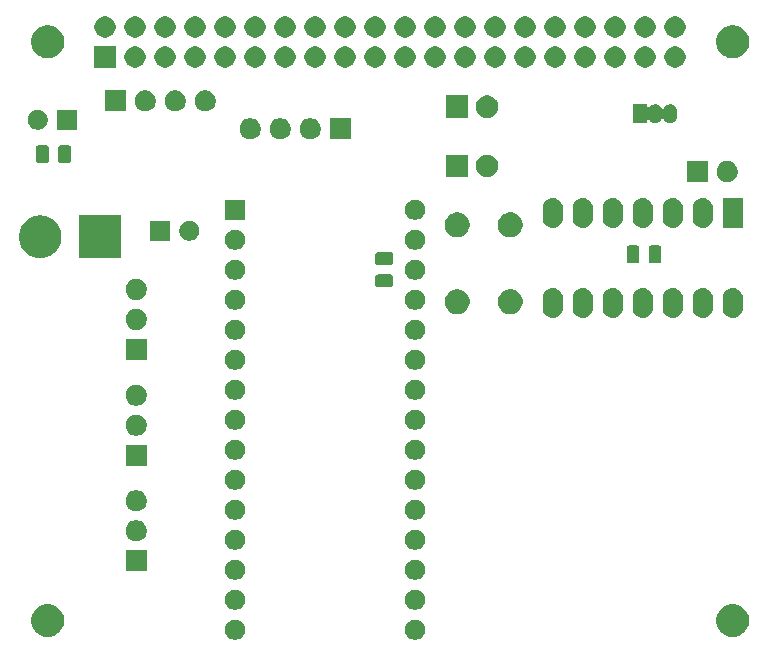
<source format=gbr>
G04 #@! TF.GenerationSoftware,KiCad,Pcbnew,5.1.5*
G04 #@! TF.CreationDate,2020-04-10T17:53:54+02:00*
G04 #@! TF.ProjectId,rc_car,72635f63-6172-42e6-9b69-6361645f7063,rev?*
G04 #@! TF.SameCoordinates,Original*
G04 #@! TF.FileFunction,Soldermask,Bot*
G04 #@! TF.FilePolarity,Negative*
%FSLAX46Y46*%
G04 Gerber Fmt 4.6, Leading zero omitted, Abs format (unit mm)*
G04 Created by KiCad (PCBNEW 5.1.5) date 2020-04-10 17:53:54*
%MOMM*%
%LPD*%
G04 APERTURE LIST*
%ADD10C,0.100000*%
G04 APERTURE END LIST*
D10*
G36*
X134868228Y-96463703D02*
G01*
X135023100Y-96527853D01*
X135162481Y-96620985D01*
X135281015Y-96739519D01*
X135374147Y-96878900D01*
X135438297Y-97033772D01*
X135471000Y-97198184D01*
X135471000Y-97365816D01*
X135438297Y-97530228D01*
X135374147Y-97685100D01*
X135281015Y-97824481D01*
X135162481Y-97943015D01*
X135023100Y-98036147D01*
X134868228Y-98100297D01*
X134703816Y-98133000D01*
X134536184Y-98133000D01*
X134371772Y-98100297D01*
X134216900Y-98036147D01*
X134077519Y-97943015D01*
X133958985Y-97824481D01*
X133865853Y-97685100D01*
X133801703Y-97530228D01*
X133769000Y-97365816D01*
X133769000Y-97198184D01*
X133801703Y-97033772D01*
X133865853Y-96878900D01*
X133958985Y-96739519D01*
X134077519Y-96620985D01*
X134216900Y-96527853D01*
X134371772Y-96463703D01*
X134536184Y-96431000D01*
X134703816Y-96431000D01*
X134868228Y-96463703D01*
G37*
G36*
X119628228Y-96463703D02*
G01*
X119783100Y-96527853D01*
X119922481Y-96620985D01*
X120041015Y-96739519D01*
X120134147Y-96878900D01*
X120198297Y-97033772D01*
X120231000Y-97198184D01*
X120231000Y-97365816D01*
X120198297Y-97530228D01*
X120134147Y-97685100D01*
X120041015Y-97824481D01*
X119922481Y-97943015D01*
X119783100Y-98036147D01*
X119628228Y-98100297D01*
X119463816Y-98133000D01*
X119296184Y-98133000D01*
X119131772Y-98100297D01*
X118976900Y-98036147D01*
X118837519Y-97943015D01*
X118718985Y-97824481D01*
X118625853Y-97685100D01*
X118561703Y-97530228D01*
X118529000Y-97365816D01*
X118529000Y-97198184D01*
X118561703Y-97033772D01*
X118625853Y-96878900D01*
X118718985Y-96739519D01*
X118837519Y-96620985D01*
X118976900Y-96527853D01*
X119131772Y-96463703D01*
X119296184Y-96431000D01*
X119463816Y-96431000D01*
X119628228Y-96463703D01*
G37*
G36*
X103818433Y-95134893D02*
G01*
X103908657Y-95152839D01*
X104014267Y-95196585D01*
X104163621Y-95258449D01*
X104239763Y-95309325D01*
X104393086Y-95411772D01*
X104588228Y-95606914D01*
X104690675Y-95760237D01*
X104741551Y-95836379D01*
X104847161Y-96091344D01*
X104901000Y-96362012D01*
X104901000Y-96637988D01*
X104847161Y-96908656D01*
X104741551Y-97163621D01*
X104741550Y-97163622D01*
X104588228Y-97393086D01*
X104393086Y-97588228D01*
X104248110Y-97685097D01*
X104163621Y-97741551D01*
X104014267Y-97803415D01*
X103908657Y-97847161D01*
X103818433Y-97865107D01*
X103637988Y-97901000D01*
X103362012Y-97901000D01*
X103181567Y-97865107D01*
X103091343Y-97847161D01*
X102985733Y-97803415D01*
X102836379Y-97741551D01*
X102751890Y-97685097D01*
X102606914Y-97588228D01*
X102411772Y-97393086D01*
X102258450Y-97163622D01*
X102258449Y-97163621D01*
X102152839Y-96908656D01*
X102099000Y-96637988D01*
X102099000Y-96362012D01*
X102152839Y-96091344D01*
X102258449Y-95836379D01*
X102309325Y-95760237D01*
X102411772Y-95606914D01*
X102606914Y-95411772D01*
X102760237Y-95309325D01*
X102836379Y-95258449D01*
X102985733Y-95196585D01*
X103091343Y-95152839D01*
X103181567Y-95134893D01*
X103362012Y-95099000D01*
X103637988Y-95099000D01*
X103818433Y-95134893D01*
G37*
G36*
X161818433Y-95134893D02*
G01*
X161908657Y-95152839D01*
X162014267Y-95196585D01*
X162163621Y-95258449D01*
X162239763Y-95309325D01*
X162393086Y-95411772D01*
X162588228Y-95606914D01*
X162690675Y-95760237D01*
X162741551Y-95836379D01*
X162847161Y-96091344D01*
X162901000Y-96362012D01*
X162901000Y-96637988D01*
X162847161Y-96908656D01*
X162741551Y-97163621D01*
X162741550Y-97163622D01*
X162588228Y-97393086D01*
X162393086Y-97588228D01*
X162248110Y-97685097D01*
X162163621Y-97741551D01*
X162014267Y-97803415D01*
X161908657Y-97847161D01*
X161818433Y-97865107D01*
X161637988Y-97901000D01*
X161362012Y-97901000D01*
X161181567Y-97865107D01*
X161091343Y-97847161D01*
X160985733Y-97803415D01*
X160836379Y-97741551D01*
X160751890Y-97685097D01*
X160606914Y-97588228D01*
X160411772Y-97393086D01*
X160258450Y-97163622D01*
X160258449Y-97163621D01*
X160152839Y-96908656D01*
X160099000Y-96637988D01*
X160099000Y-96362012D01*
X160152839Y-96091344D01*
X160258449Y-95836379D01*
X160309325Y-95760237D01*
X160411772Y-95606914D01*
X160606914Y-95411772D01*
X160760237Y-95309325D01*
X160836379Y-95258449D01*
X160985733Y-95196585D01*
X161091343Y-95152839D01*
X161181567Y-95134893D01*
X161362012Y-95099000D01*
X161637988Y-95099000D01*
X161818433Y-95134893D01*
G37*
G36*
X134868228Y-93923703D02*
G01*
X135023100Y-93987853D01*
X135162481Y-94080985D01*
X135281015Y-94199519D01*
X135374147Y-94338900D01*
X135438297Y-94493772D01*
X135471000Y-94658184D01*
X135471000Y-94825816D01*
X135438297Y-94990228D01*
X135374147Y-95145100D01*
X135281015Y-95284481D01*
X135162481Y-95403015D01*
X135023100Y-95496147D01*
X134868228Y-95560297D01*
X134703816Y-95593000D01*
X134536184Y-95593000D01*
X134371772Y-95560297D01*
X134216900Y-95496147D01*
X134077519Y-95403015D01*
X133958985Y-95284481D01*
X133865853Y-95145100D01*
X133801703Y-94990228D01*
X133769000Y-94825816D01*
X133769000Y-94658184D01*
X133801703Y-94493772D01*
X133865853Y-94338900D01*
X133958985Y-94199519D01*
X134077519Y-94080985D01*
X134216900Y-93987853D01*
X134371772Y-93923703D01*
X134536184Y-93891000D01*
X134703816Y-93891000D01*
X134868228Y-93923703D01*
G37*
G36*
X119628228Y-93923703D02*
G01*
X119783100Y-93987853D01*
X119922481Y-94080985D01*
X120041015Y-94199519D01*
X120134147Y-94338900D01*
X120198297Y-94493772D01*
X120231000Y-94658184D01*
X120231000Y-94825816D01*
X120198297Y-94990228D01*
X120134147Y-95145100D01*
X120041015Y-95284481D01*
X119922481Y-95403015D01*
X119783100Y-95496147D01*
X119628228Y-95560297D01*
X119463816Y-95593000D01*
X119296184Y-95593000D01*
X119131772Y-95560297D01*
X118976900Y-95496147D01*
X118837519Y-95403015D01*
X118718985Y-95284481D01*
X118625853Y-95145100D01*
X118561703Y-94990228D01*
X118529000Y-94825816D01*
X118529000Y-94658184D01*
X118561703Y-94493772D01*
X118625853Y-94338900D01*
X118718985Y-94199519D01*
X118837519Y-94080985D01*
X118976900Y-93987853D01*
X119131772Y-93923703D01*
X119296184Y-93891000D01*
X119463816Y-93891000D01*
X119628228Y-93923703D01*
G37*
G36*
X134868228Y-91383703D02*
G01*
X135023100Y-91447853D01*
X135162481Y-91540985D01*
X135281015Y-91659519D01*
X135374147Y-91798900D01*
X135438297Y-91953772D01*
X135471000Y-92118184D01*
X135471000Y-92285816D01*
X135438297Y-92450228D01*
X135374147Y-92605100D01*
X135281015Y-92744481D01*
X135162481Y-92863015D01*
X135023100Y-92956147D01*
X134868228Y-93020297D01*
X134703816Y-93053000D01*
X134536184Y-93053000D01*
X134371772Y-93020297D01*
X134216900Y-92956147D01*
X134077519Y-92863015D01*
X133958985Y-92744481D01*
X133865853Y-92605100D01*
X133801703Y-92450228D01*
X133769000Y-92285816D01*
X133769000Y-92118184D01*
X133801703Y-91953772D01*
X133865853Y-91798900D01*
X133958985Y-91659519D01*
X134077519Y-91540985D01*
X134216900Y-91447853D01*
X134371772Y-91383703D01*
X134536184Y-91351000D01*
X134703816Y-91351000D01*
X134868228Y-91383703D01*
G37*
G36*
X119628228Y-91383703D02*
G01*
X119783100Y-91447853D01*
X119922481Y-91540985D01*
X120041015Y-91659519D01*
X120134147Y-91798900D01*
X120198297Y-91953772D01*
X120231000Y-92118184D01*
X120231000Y-92285816D01*
X120198297Y-92450228D01*
X120134147Y-92605100D01*
X120041015Y-92744481D01*
X119922481Y-92863015D01*
X119783100Y-92956147D01*
X119628228Y-93020297D01*
X119463816Y-93053000D01*
X119296184Y-93053000D01*
X119131772Y-93020297D01*
X118976900Y-92956147D01*
X118837519Y-92863015D01*
X118718985Y-92744481D01*
X118625853Y-92605100D01*
X118561703Y-92450228D01*
X118529000Y-92285816D01*
X118529000Y-92118184D01*
X118561703Y-91953772D01*
X118625853Y-91798900D01*
X118718985Y-91659519D01*
X118837519Y-91540985D01*
X118976900Y-91447853D01*
X119131772Y-91383703D01*
X119296184Y-91351000D01*
X119463816Y-91351000D01*
X119628228Y-91383703D01*
G37*
G36*
X111899000Y-92341000D02*
G01*
X110097000Y-92341000D01*
X110097000Y-90539000D01*
X111899000Y-90539000D01*
X111899000Y-92341000D01*
G37*
G36*
X134868228Y-88843703D02*
G01*
X135023100Y-88907853D01*
X135162481Y-89000985D01*
X135281015Y-89119519D01*
X135374147Y-89258900D01*
X135438297Y-89413772D01*
X135471000Y-89578184D01*
X135471000Y-89745816D01*
X135438297Y-89910228D01*
X135374147Y-90065100D01*
X135281015Y-90204481D01*
X135162481Y-90323015D01*
X135023100Y-90416147D01*
X134868228Y-90480297D01*
X134703816Y-90513000D01*
X134536184Y-90513000D01*
X134371772Y-90480297D01*
X134216900Y-90416147D01*
X134077519Y-90323015D01*
X133958985Y-90204481D01*
X133865853Y-90065100D01*
X133801703Y-89910228D01*
X133769000Y-89745816D01*
X133769000Y-89578184D01*
X133801703Y-89413772D01*
X133865853Y-89258900D01*
X133958985Y-89119519D01*
X134077519Y-89000985D01*
X134216900Y-88907853D01*
X134371772Y-88843703D01*
X134536184Y-88811000D01*
X134703816Y-88811000D01*
X134868228Y-88843703D01*
G37*
G36*
X119628228Y-88843703D02*
G01*
X119783100Y-88907853D01*
X119922481Y-89000985D01*
X120041015Y-89119519D01*
X120134147Y-89258900D01*
X120198297Y-89413772D01*
X120231000Y-89578184D01*
X120231000Y-89745816D01*
X120198297Y-89910228D01*
X120134147Y-90065100D01*
X120041015Y-90204481D01*
X119922481Y-90323015D01*
X119783100Y-90416147D01*
X119628228Y-90480297D01*
X119463816Y-90513000D01*
X119296184Y-90513000D01*
X119131772Y-90480297D01*
X118976900Y-90416147D01*
X118837519Y-90323015D01*
X118718985Y-90204481D01*
X118625853Y-90065100D01*
X118561703Y-89910228D01*
X118529000Y-89745816D01*
X118529000Y-89578184D01*
X118561703Y-89413772D01*
X118625853Y-89258900D01*
X118718985Y-89119519D01*
X118837519Y-89000985D01*
X118976900Y-88907853D01*
X119131772Y-88843703D01*
X119296184Y-88811000D01*
X119463816Y-88811000D01*
X119628228Y-88843703D01*
G37*
G36*
X111111512Y-88003927D02*
G01*
X111260812Y-88033624D01*
X111424784Y-88101544D01*
X111572354Y-88200147D01*
X111697853Y-88325646D01*
X111796456Y-88473216D01*
X111864376Y-88637188D01*
X111894073Y-88786488D01*
X111898949Y-88811000D01*
X111899000Y-88811259D01*
X111899000Y-88988741D01*
X111864376Y-89162812D01*
X111796456Y-89326784D01*
X111697853Y-89474354D01*
X111572354Y-89599853D01*
X111424784Y-89698456D01*
X111260812Y-89766376D01*
X111111512Y-89796073D01*
X111086742Y-89801000D01*
X110909258Y-89801000D01*
X110884488Y-89796073D01*
X110735188Y-89766376D01*
X110571216Y-89698456D01*
X110423646Y-89599853D01*
X110298147Y-89474354D01*
X110199544Y-89326784D01*
X110131624Y-89162812D01*
X110097000Y-88988741D01*
X110097000Y-88811259D01*
X110097052Y-88811000D01*
X110101927Y-88786488D01*
X110131624Y-88637188D01*
X110199544Y-88473216D01*
X110298147Y-88325646D01*
X110423646Y-88200147D01*
X110571216Y-88101544D01*
X110735188Y-88033624D01*
X110884488Y-88003927D01*
X110909258Y-87999000D01*
X111086742Y-87999000D01*
X111111512Y-88003927D01*
G37*
G36*
X119628228Y-86303703D02*
G01*
X119783100Y-86367853D01*
X119922481Y-86460985D01*
X120041015Y-86579519D01*
X120134147Y-86718900D01*
X120198297Y-86873772D01*
X120231000Y-87038184D01*
X120231000Y-87205816D01*
X120198297Y-87370228D01*
X120134147Y-87525100D01*
X120041015Y-87664481D01*
X119922481Y-87783015D01*
X119783100Y-87876147D01*
X119628228Y-87940297D01*
X119463816Y-87973000D01*
X119296184Y-87973000D01*
X119131772Y-87940297D01*
X118976900Y-87876147D01*
X118837519Y-87783015D01*
X118718985Y-87664481D01*
X118625853Y-87525100D01*
X118561703Y-87370228D01*
X118529000Y-87205816D01*
X118529000Y-87038184D01*
X118561703Y-86873772D01*
X118625853Y-86718900D01*
X118718985Y-86579519D01*
X118837519Y-86460985D01*
X118976900Y-86367853D01*
X119131772Y-86303703D01*
X119296184Y-86271000D01*
X119463816Y-86271000D01*
X119628228Y-86303703D01*
G37*
G36*
X134868228Y-86303703D02*
G01*
X135023100Y-86367853D01*
X135162481Y-86460985D01*
X135281015Y-86579519D01*
X135374147Y-86718900D01*
X135438297Y-86873772D01*
X135471000Y-87038184D01*
X135471000Y-87205816D01*
X135438297Y-87370228D01*
X135374147Y-87525100D01*
X135281015Y-87664481D01*
X135162481Y-87783015D01*
X135023100Y-87876147D01*
X134868228Y-87940297D01*
X134703816Y-87973000D01*
X134536184Y-87973000D01*
X134371772Y-87940297D01*
X134216900Y-87876147D01*
X134077519Y-87783015D01*
X133958985Y-87664481D01*
X133865853Y-87525100D01*
X133801703Y-87370228D01*
X133769000Y-87205816D01*
X133769000Y-87038184D01*
X133801703Y-86873772D01*
X133865853Y-86718900D01*
X133958985Y-86579519D01*
X134077519Y-86460985D01*
X134216900Y-86367853D01*
X134371772Y-86303703D01*
X134536184Y-86271000D01*
X134703816Y-86271000D01*
X134868228Y-86303703D01*
G37*
G36*
X111111512Y-85463927D02*
G01*
X111260812Y-85493624D01*
X111424784Y-85561544D01*
X111572354Y-85660147D01*
X111697853Y-85785646D01*
X111796456Y-85933216D01*
X111864376Y-86097188D01*
X111894073Y-86246488D01*
X111898949Y-86271000D01*
X111899000Y-86271259D01*
X111899000Y-86448741D01*
X111864376Y-86622812D01*
X111796456Y-86786784D01*
X111697853Y-86934354D01*
X111572354Y-87059853D01*
X111424784Y-87158456D01*
X111260812Y-87226376D01*
X111111512Y-87256073D01*
X111086742Y-87261000D01*
X110909258Y-87261000D01*
X110884488Y-87256073D01*
X110735188Y-87226376D01*
X110571216Y-87158456D01*
X110423646Y-87059853D01*
X110298147Y-86934354D01*
X110199544Y-86786784D01*
X110131624Y-86622812D01*
X110097000Y-86448741D01*
X110097000Y-86271259D01*
X110097052Y-86271000D01*
X110101927Y-86246488D01*
X110131624Y-86097188D01*
X110199544Y-85933216D01*
X110298147Y-85785646D01*
X110423646Y-85660147D01*
X110571216Y-85561544D01*
X110735188Y-85493624D01*
X110884488Y-85463927D01*
X110909258Y-85459000D01*
X111086742Y-85459000D01*
X111111512Y-85463927D01*
G37*
G36*
X119628228Y-83763703D02*
G01*
X119783100Y-83827853D01*
X119922481Y-83920985D01*
X120041015Y-84039519D01*
X120134147Y-84178900D01*
X120198297Y-84333772D01*
X120231000Y-84498184D01*
X120231000Y-84665816D01*
X120198297Y-84830228D01*
X120134147Y-84985100D01*
X120041015Y-85124481D01*
X119922481Y-85243015D01*
X119783100Y-85336147D01*
X119628228Y-85400297D01*
X119463816Y-85433000D01*
X119296184Y-85433000D01*
X119131772Y-85400297D01*
X118976900Y-85336147D01*
X118837519Y-85243015D01*
X118718985Y-85124481D01*
X118625853Y-84985100D01*
X118561703Y-84830228D01*
X118529000Y-84665816D01*
X118529000Y-84498184D01*
X118561703Y-84333772D01*
X118625853Y-84178900D01*
X118718985Y-84039519D01*
X118837519Y-83920985D01*
X118976900Y-83827853D01*
X119131772Y-83763703D01*
X119296184Y-83731000D01*
X119463816Y-83731000D01*
X119628228Y-83763703D01*
G37*
G36*
X134868228Y-83763703D02*
G01*
X135023100Y-83827853D01*
X135162481Y-83920985D01*
X135281015Y-84039519D01*
X135374147Y-84178900D01*
X135438297Y-84333772D01*
X135471000Y-84498184D01*
X135471000Y-84665816D01*
X135438297Y-84830228D01*
X135374147Y-84985100D01*
X135281015Y-85124481D01*
X135162481Y-85243015D01*
X135023100Y-85336147D01*
X134868228Y-85400297D01*
X134703816Y-85433000D01*
X134536184Y-85433000D01*
X134371772Y-85400297D01*
X134216900Y-85336147D01*
X134077519Y-85243015D01*
X133958985Y-85124481D01*
X133865853Y-84985100D01*
X133801703Y-84830228D01*
X133769000Y-84665816D01*
X133769000Y-84498184D01*
X133801703Y-84333772D01*
X133865853Y-84178900D01*
X133958985Y-84039519D01*
X134077519Y-83920985D01*
X134216900Y-83827853D01*
X134371772Y-83763703D01*
X134536184Y-83731000D01*
X134703816Y-83731000D01*
X134868228Y-83763703D01*
G37*
G36*
X111899000Y-83401000D02*
G01*
X110097000Y-83401000D01*
X110097000Y-81599000D01*
X111899000Y-81599000D01*
X111899000Y-83401000D01*
G37*
G36*
X119628228Y-81223703D02*
G01*
X119783100Y-81287853D01*
X119922481Y-81380985D01*
X120041015Y-81499519D01*
X120134147Y-81638900D01*
X120198297Y-81793772D01*
X120231000Y-81958184D01*
X120231000Y-82125816D01*
X120198297Y-82290228D01*
X120134147Y-82445100D01*
X120041015Y-82584481D01*
X119922481Y-82703015D01*
X119783100Y-82796147D01*
X119628228Y-82860297D01*
X119463816Y-82893000D01*
X119296184Y-82893000D01*
X119131772Y-82860297D01*
X118976900Y-82796147D01*
X118837519Y-82703015D01*
X118718985Y-82584481D01*
X118625853Y-82445100D01*
X118561703Y-82290228D01*
X118529000Y-82125816D01*
X118529000Y-81958184D01*
X118561703Y-81793772D01*
X118625853Y-81638900D01*
X118718985Y-81499519D01*
X118837519Y-81380985D01*
X118976900Y-81287853D01*
X119131772Y-81223703D01*
X119296184Y-81191000D01*
X119463816Y-81191000D01*
X119628228Y-81223703D01*
G37*
G36*
X134868228Y-81223703D02*
G01*
X135023100Y-81287853D01*
X135162481Y-81380985D01*
X135281015Y-81499519D01*
X135374147Y-81638900D01*
X135438297Y-81793772D01*
X135471000Y-81958184D01*
X135471000Y-82125816D01*
X135438297Y-82290228D01*
X135374147Y-82445100D01*
X135281015Y-82584481D01*
X135162481Y-82703015D01*
X135023100Y-82796147D01*
X134868228Y-82860297D01*
X134703816Y-82893000D01*
X134536184Y-82893000D01*
X134371772Y-82860297D01*
X134216900Y-82796147D01*
X134077519Y-82703015D01*
X133958985Y-82584481D01*
X133865853Y-82445100D01*
X133801703Y-82290228D01*
X133769000Y-82125816D01*
X133769000Y-81958184D01*
X133801703Y-81793772D01*
X133865853Y-81638900D01*
X133958985Y-81499519D01*
X134077519Y-81380985D01*
X134216900Y-81287853D01*
X134371772Y-81223703D01*
X134536184Y-81191000D01*
X134703816Y-81191000D01*
X134868228Y-81223703D01*
G37*
G36*
X111111512Y-79063927D02*
G01*
X111260812Y-79093624D01*
X111424784Y-79161544D01*
X111572354Y-79260147D01*
X111697853Y-79385646D01*
X111796456Y-79533216D01*
X111864376Y-79697188D01*
X111899000Y-79871259D01*
X111899000Y-80048741D01*
X111864376Y-80222812D01*
X111796456Y-80386784D01*
X111697853Y-80534354D01*
X111572354Y-80659853D01*
X111424784Y-80758456D01*
X111260812Y-80826376D01*
X111111512Y-80856073D01*
X111086742Y-80861000D01*
X110909258Y-80861000D01*
X110884488Y-80856073D01*
X110735188Y-80826376D01*
X110571216Y-80758456D01*
X110423646Y-80659853D01*
X110298147Y-80534354D01*
X110199544Y-80386784D01*
X110131624Y-80222812D01*
X110097000Y-80048741D01*
X110097000Y-79871259D01*
X110131624Y-79697188D01*
X110199544Y-79533216D01*
X110298147Y-79385646D01*
X110423646Y-79260147D01*
X110571216Y-79161544D01*
X110735188Y-79093624D01*
X110884488Y-79063927D01*
X110909258Y-79059000D01*
X111086742Y-79059000D01*
X111111512Y-79063927D01*
G37*
G36*
X134868228Y-78683703D02*
G01*
X135023100Y-78747853D01*
X135162481Y-78840985D01*
X135281015Y-78959519D01*
X135374147Y-79098900D01*
X135438297Y-79253772D01*
X135471000Y-79418184D01*
X135471000Y-79585816D01*
X135438297Y-79750228D01*
X135374147Y-79905100D01*
X135281015Y-80044481D01*
X135162481Y-80163015D01*
X135023100Y-80256147D01*
X134868228Y-80320297D01*
X134703816Y-80353000D01*
X134536184Y-80353000D01*
X134371772Y-80320297D01*
X134216900Y-80256147D01*
X134077519Y-80163015D01*
X133958985Y-80044481D01*
X133865853Y-79905100D01*
X133801703Y-79750228D01*
X133769000Y-79585816D01*
X133769000Y-79418184D01*
X133801703Y-79253772D01*
X133865853Y-79098900D01*
X133958985Y-78959519D01*
X134077519Y-78840985D01*
X134216900Y-78747853D01*
X134371772Y-78683703D01*
X134536184Y-78651000D01*
X134703816Y-78651000D01*
X134868228Y-78683703D01*
G37*
G36*
X119628228Y-78683703D02*
G01*
X119783100Y-78747853D01*
X119922481Y-78840985D01*
X120041015Y-78959519D01*
X120134147Y-79098900D01*
X120198297Y-79253772D01*
X120231000Y-79418184D01*
X120231000Y-79585816D01*
X120198297Y-79750228D01*
X120134147Y-79905100D01*
X120041015Y-80044481D01*
X119922481Y-80163015D01*
X119783100Y-80256147D01*
X119628228Y-80320297D01*
X119463816Y-80353000D01*
X119296184Y-80353000D01*
X119131772Y-80320297D01*
X118976900Y-80256147D01*
X118837519Y-80163015D01*
X118718985Y-80044481D01*
X118625853Y-79905100D01*
X118561703Y-79750228D01*
X118529000Y-79585816D01*
X118529000Y-79418184D01*
X118561703Y-79253772D01*
X118625853Y-79098900D01*
X118718985Y-78959519D01*
X118837519Y-78840985D01*
X118976900Y-78747853D01*
X119131772Y-78683703D01*
X119296184Y-78651000D01*
X119463816Y-78651000D01*
X119628228Y-78683703D01*
G37*
G36*
X111111512Y-76523927D02*
G01*
X111260812Y-76553624D01*
X111424784Y-76621544D01*
X111572354Y-76720147D01*
X111697853Y-76845646D01*
X111796456Y-76993216D01*
X111864376Y-77157188D01*
X111899000Y-77331259D01*
X111899000Y-77508741D01*
X111864376Y-77682812D01*
X111796456Y-77846784D01*
X111697853Y-77994354D01*
X111572354Y-78119853D01*
X111424784Y-78218456D01*
X111260812Y-78286376D01*
X111111512Y-78316073D01*
X111086742Y-78321000D01*
X110909258Y-78321000D01*
X110884488Y-78316073D01*
X110735188Y-78286376D01*
X110571216Y-78218456D01*
X110423646Y-78119853D01*
X110298147Y-77994354D01*
X110199544Y-77846784D01*
X110131624Y-77682812D01*
X110097000Y-77508741D01*
X110097000Y-77331259D01*
X110131624Y-77157188D01*
X110199544Y-76993216D01*
X110298147Y-76845646D01*
X110423646Y-76720147D01*
X110571216Y-76621544D01*
X110735188Y-76553624D01*
X110884488Y-76523927D01*
X110909258Y-76519000D01*
X111086742Y-76519000D01*
X111111512Y-76523927D01*
G37*
G36*
X119628228Y-76143703D02*
G01*
X119783100Y-76207853D01*
X119922481Y-76300985D01*
X120041015Y-76419519D01*
X120134147Y-76558900D01*
X120198297Y-76713772D01*
X120231000Y-76878184D01*
X120231000Y-77045816D01*
X120198297Y-77210228D01*
X120134147Y-77365100D01*
X120041015Y-77504481D01*
X119922481Y-77623015D01*
X119783100Y-77716147D01*
X119628228Y-77780297D01*
X119463816Y-77813000D01*
X119296184Y-77813000D01*
X119131772Y-77780297D01*
X118976900Y-77716147D01*
X118837519Y-77623015D01*
X118718985Y-77504481D01*
X118625853Y-77365100D01*
X118561703Y-77210228D01*
X118529000Y-77045816D01*
X118529000Y-76878184D01*
X118561703Y-76713772D01*
X118625853Y-76558900D01*
X118718985Y-76419519D01*
X118837519Y-76300985D01*
X118976900Y-76207853D01*
X119131772Y-76143703D01*
X119296184Y-76111000D01*
X119463816Y-76111000D01*
X119628228Y-76143703D01*
G37*
G36*
X134868228Y-76143703D02*
G01*
X135023100Y-76207853D01*
X135162481Y-76300985D01*
X135281015Y-76419519D01*
X135374147Y-76558900D01*
X135438297Y-76713772D01*
X135471000Y-76878184D01*
X135471000Y-77045816D01*
X135438297Y-77210228D01*
X135374147Y-77365100D01*
X135281015Y-77504481D01*
X135162481Y-77623015D01*
X135023100Y-77716147D01*
X134868228Y-77780297D01*
X134703816Y-77813000D01*
X134536184Y-77813000D01*
X134371772Y-77780297D01*
X134216900Y-77716147D01*
X134077519Y-77623015D01*
X133958985Y-77504481D01*
X133865853Y-77365100D01*
X133801703Y-77210228D01*
X133769000Y-77045816D01*
X133769000Y-76878184D01*
X133801703Y-76713772D01*
X133865853Y-76558900D01*
X133958985Y-76419519D01*
X134077519Y-76300985D01*
X134216900Y-76207853D01*
X134371772Y-76143703D01*
X134536184Y-76111000D01*
X134703816Y-76111000D01*
X134868228Y-76143703D01*
G37*
G36*
X119628228Y-73603703D02*
G01*
X119783100Y-73667853D01*
X119922481Y-73760985D01*
X120041015Y-73879519D01*
X120134147Y-74018900D01*
X120198297Y-74173772D01*
X120231000Y-74338184D01*
X120231000Y-74505816D01*
X120198297Y-74670228D01*
X120134147Y-74825100D01*
X120041015Y-74964481D01*
X119922481Y-75083015D01*
X119783100Y-75176147D01*
X119628228Y-75240297D01*
X119463816Y-75273000D01*
X119296184Y-75273000D01*
X119131772Y-75240297D01*
X118976900Y-75176147D01*
X118837519Y-75083015D01*
X118718985Y-74964481D01*
X118625853Y-74825100D01*
X118561703Y-74670228D01*
X118529000Y-74505816D01*
X118529000Y-74338184D01*
X118561703Y-74173772D01*
X118625853Y-74018900D01*
X118718985Y-73879519D01*
X118837519Y-73760985D01*
X118976900Y-73667853D01*
X119131772Y-73603703D01*
X119296184Y-73571000D01*
X119463816Y-73571000D01*
X119628228Y-73603703D01*
G37*
G36*
X134868228Y-73603703D02*
G01*
X135023100Y-73667853D01*
X135162481Y-73760985D01*
X135281015Y-73879519D01*
X135374147Y-74018900D01*
X135438297Y-74173772D01*
X135471000Y-74338184D01*
X135471000Y-74505816D01*
X135438297Y-74670228D01*
X135374147Y-74825100D01*
X135281015Y-74964481D01*
X135162481Y-75083015D01*
X135023100Y-75176147D01*
X134868228Y-75240297D01*
X134703816Y-75273000D01*
X134536184Y-75273000D01*
X134371772Y-75240297D01*
X134216900Y-75176147D01*
X134077519Y-75083015D01*
X133958985Y-74964481D01*
X133865853Y-74825100D01*
X133801703Y-74670228D01*
X133769000Y-74505816D01*
X133769000Y-74338184D01*
X133801703Y-74173772D01*
X133865853Y-74018900D01*
X133958985Y-73879519D01*
X134077519Y-73760985D01*
X134216900Y-73667853D01*
X134371772Y-73603703D01*
X134536184Y-73571000D01*
X134703816Y-73571000D01*
X134868228Y-73603703D01*
G37*
G36*
X111901000Y-74441000D02*
G01*
X110099000Y-74441000D01*
X110099000Y-72639000D01*
X111901000Y-72639000D01*
X111901000Y-74441000D01*
G37*
G36*
X134868228Y-71063703D02*
G01*
X135023100Y-71127853D01*
X135162481Y-71220985D01*
X135281015Y-71339519D01*
X135374147Y-71478900D01*
X135438297Y-71633772D01*
X135471000Y-71798184D01*
X135471000Y-71965816D01*
X135438297Y-72130228D01*
X135374147Y-72285100D01*
X135281015Y-72424481D01*
X135162481Y-72543015D01*
X135023100Y-72636147D01*
X134868228Y-72700297D01*
X134703816Y-72733000D01*
X134536184Y-72733000D01*
X134371772Y-72700297D01*
X134216900Y-72636147D01*
X134077519Y-72543015D01*
X133958985Y-72424481D01*
X133865853Y-72285100D01*
X133801703Y-72130228D01*
X133769000Y-71965816D01*
X133769000Y-71798184D01*
X133801703Y-71633772D01*
X133865853Y-71478900D01*
X133958985Y-71339519D01*
X134077519Y-71220985D01*
X134216900Y-71127853D01*
X134371772Y-71063703D01*
X134536184Y-71031000D01*
X134703816Y-71031000D01*
X134868228Y-71063703D01*
G37*
G36*
X119628228Y-71063703D02*
G01*
X119783100Y-71127853D01*
X119922481Y-71220985D01*
X120041015Y-71339519D01*
X120134147Y-71478900D01*
X120198297Y-71633772D01*
X120231000Y-71798184D01*
X120231000Y-71965816D01*
X120198297Y-72130228D01*
X120134147Y-72285100D01*
X120041015Y-72424481D01*
X119922481Y-72543015D01*
X119783100Y-72636147D01*
X119628228Y-72700297D01*
X119463816Y-72733000D01*
X119296184Y-72733000D01*
X119131772Y-72700297D01*
X118976900Y-72636147D01*
X118837519Y-72543015D01*
X118718985Y-72424481D01*
X118625853Y-72285100D01*
X118561703Y-72130228D01*
X118529000Y-71965816D01*
X118529000Y-71798184D01*
X118561703Y-71633772D01*
X118625853Y-71478900D01*
X118718985Y-71339519D01*
X118837519Y-71220985D01*
X118976900Y-71127853D01*
X119131772Y-71063703D01*
X119296184Y-71031000D01*
X119463816Y-71031000D01*
X119628228Y-71063703D01*
G37*
G36*
X111113512Y-70103927D02*
G01*
X111262812Y-70133624D01*
X111426784Y-70201544D01*
X111574354Y-70300147D01*
X111699853Y-70425646D01*
X111798456Y-70573216D01*
X111866376Y-70737188D01*
X111901000Y-70911259D01*
X111901000Y-71088741D01*
X111866376Y-71262812D01*
X111798456Y-71426784D01*
X111699853Y-71574354D01*
X111574354Y-71699853D01*
X111426784Y-71798456D01*
X111262812Y-71866376D01*
X111113512Y-71896073D01*
X111088742Y-71901000D01*
X110911258Y-71901000D01*
X110886488Y-71896073D01*
X110737188Y-71866376D01*
X110573216Y-71798456D01*
X110425646Y-71699853D01*
X110300147Y-71574354D01*
X110201544Y-71426784D01*
X110133624Y-71262812D01*
X110099000Y-71088741D01*
X110099000Y-70911259D01*
X110133624Y-70737188D01*
X110201544Y-70573216D01*
X110300147Y-70425646D01*
X110425646Y-70300147D01*
X110573216Y-70201544D01*
X110737188Y-70133624D01*
X110886488Y-70103927D01*
X110911258Y-70099000D01*
X111088742Y-70099000D01*
X111113512Y-70103927D01*
G37*
G36*
X148966823Y-68381313D02*
G01*
X149127242Y-68429976D01*
X149241410Y-68491000D01*
X149275078Y-68508996D01*
X149404659Y-68615341D01*
X149511004Y-68744922D01*
X149511005Y-68744924D01*
X149590024Y-68892758D01*
X149638687Y-69053178D01*
X149651000Y-69178197D01*
X149651000Y-70061804D01*
X149638687Y-70186823D01*
X149590024Y-70347242D01*
X149519114Y-70479906D01*
X149511004Y-70495078D01*
X149446877Y-70573216D01*
X149404659Y-70624659D01*
X149275077Y-70731005D01*
X149127241Y-70810024D01*
X148966822Y-70858687D01*
X148800000Y-70875117D01*
X148633177Y-70858687D01*
X148472758Y-70810024D01*
X148324924Y-70731005D01*
X148324922Y-70731004D01*
X148195341Y-70624659D01*
X148088995Y-70495077D01*
X148009976Y-70347241D01*
X147961313Y-70186822D01*
X147949000Y-70061803D01*
X147949000Y-69178197D01*
X147961314Y-69053177D01*
X148009977Y-68892758D01*
X148088996Y-68744924D01*
X148088997Y-68744922D01*
X148195342Y-68615341D01*
X148324923Y-68508996D01*
X148358591Y-68491000D01*
X148472759Y-68429976D01*
X148633178Y-68381313D01*
X148800000Y-68364883D01*
X148966823Y-68381313D01*
G37*
G36*
X159126823Y-68381313D02*
G01*
X159287242Y-68429976D01*
X159401410Y-68491000D01*
X159435078Y-68508996D01*
X159564659Y-68615341D01*
X159671004Y-68744922D01*
X159671005Y-68744924D01*
X159750024Y-68892758D01*
X159798687Y-69053178D01*
X159811000Y-69178197D01*
X159811000Y-70061804D01*
X159798687Y-70186823D01*
X159750024Y-70347242D01*
X159679114Y-70479906D01*
X159671004Y-70495078D01*
X159606877Y-70573216D01*
X159564659Y-70624659D01*
X159435077Y-70731005D01*
X159287241Y-70810024D01*
X159126822Y-70858687D01*
X158960000Y-70875117D01*
X158793177Y-70858687D01*
X158632758Y-70810024D01*
X158484924Y-70731005D01*
X158484922Y-70731004D01*
X158355341Y-70624659D01*
X158248995Y-70495077D01*
X158169976Y-70347241D01*
X158121313Y-70186822D01*
X158109000Y-70061803D01*
X158109000Y-69178197D01*
X158121314Y-69053177D01*
X158169977Y-68892758D01*
X158248996Y-68744924D01*
X158248997Y-68744922D01*
X158355342Y-68615341D01*
X158484923Y-68508996D01*
X158518591Y-68491000D01*
X158632759Y-68429976D01*
X158793178Y-68381313D01*
X158960000Y-68364883D01*
X159126823Y-68381313D01*
G37*
G36*
X156586823Y-68381313D02*
G01*
X156747242Y-68429976D01*
X156861410Y-68491000D01*
X156895078Y-68508996D01*
X157024659Y-68615341D01*
X157131004Y-68744922D01*
X157131005Y-68744924D01*
X157210024Y-68892758D01*
X157258687Y-69053178D01*
X157271000Y-69178197D01*
X157271000Y-70061804D01*
X157258687Y-70186823D01*
X157210024Y-70347242D01*
X157139114Y-70479906D01*
X157131004Y-70495078D01*
X157066877Y-70573216D01*
X157024659Y-70624659D01*
X156895077Y-70731005D01*
X156747241Y-70810024D01*
X156586822Y-70858687D01*
X156420000Y-70875117D01*
X156253177Y-70858687D01*
X156092758Y-70810024D01*
X155944924Y-70731005D01*
X155944922Y-70731004D01*
X155815341Y-70624659D01*
X155708995Y-70495077D01*
X155629976Y-70347241D01*
X155581313Y-70186822D01*
X155569000Y-70061803D01*
X155569000Y-69178197D01*
X155581314Y-69053177D01*
X155629977Y-68892758D01*
X155708996Y-68744924D01*
X155708997Y-68744922D01*
X155815342Y-68615341D01*
X155944923Y-68508996D01*
X155978591Y-68491000D01*
X156092759Y-68429976D01*
X156253178Y-68381313D01*
X156420000Y-68364883D01*
X156586823Y-68381313D01*
G37*
G36*
X154046823Y-68381313D02*
G01*
X154207242Y-68429976D01*
X154321410Y-68491000D01*
X154355078Y-68508996D01*
X154484659Y-68615341D01*
X154591004Y-68744922D01*
X154591005Y-68744924D01*
X154670024Y-68892758D01*
X154718687Y-69053178D01*
X154731000Y-69178197D01*
X154731000Y-70061804D01*
X154718687Y-70186823D01*
X154670024Y-70347242D01*
X154599114Y-70479906D01*
X154591004Y-70495078D01*
X154526877Y-70573216D01*
X154484659Y-70624659D01*
X154355077Y-70731005D01*
X154207241Y-70810024D01*
X154046822Y-70858687D01*
X153880000Y-70875117D01*
X153713177Y-70858687D01*
X153552758Y-70810024D01*
X153404924Y-70731005D01*
X153404922Y-70731004D01*
X153275341Y-70624659D01*
X153168995Y-70495077D01*
X153089976Y-70347241D01*
X153041313Y-70186822D01*
X153029000Y-70061803D01*
X153029000Y-69178197D01*
X153041314Y-69053177D01*
X153089977Y-68892758D01*
X153168996Y-68744924D01*
X153168997Y-68744922D01*
X153275342Y-68615341D01*
X153404923Y-68508996D01*
X153438591Y-68491000D01*
X153552759Y-68429976D01*
X153713178Y-68381313D01*
X153880000Y-68364883D01*
X154046823Y-68381313D01*
G37*
G36*
X146426823Y-68381313D02*
G01*
X146587242Y-68429976D01*
X146701410Y-68491000D01*
X146735078Y-68508996D01*
X146864659Y-68615341D01*
X146971004Y-68744922D01*
X146971005Y-68744924D01*
X147050024Y-68892758D01*
X147098687Y-69053178D01*
X147111000Y-69178197D01*
X147111000Y-70061804D01*
X147098687Y-70186823D01*
X147050024Y-70347242D01*
X146979114Y-70479906D01*
X146971004Y-70495078D01*
X146906877Y-70573216D01*
X146864659Y-70624659D01*
X146735077Y-70731005D01*
X146587241Y-70810024D01*
X146426822Y-70858687D01*
X146260000Y-70875117D01*
X146093177Y-70858687D01*
X145932758Y-70810024D01*
X145784924Y-70731005D01*
X145784922Y-70731004D01*
X145655341Y-70624659D01*
X145548995Y-70495077D01*
X145469976Y-70347241D01*
X145421313Y-70186822D01*
X145409000Y-70061803D01*
X145409000Y-69178197D01*
X145421314Y-69053177D01*
X145469977Y-68892758D01*
X145548996Y-68744924D01*
X145548997Y-68744922D01*
X145655342Y-68615341D01*
X145784923Y-68508996D01*
X145818591Y-68491000D01*
X145932759Y-68429976D01*
X146093178Y-68381313D01*
X146260000Y-68364883D01*
X146426823Y-68381313D01*
G37*
G36*
X161666823Y-68381313D02*
G01*
X161827242Y-68429976D01*
X161941410Y-68491000D01*
X161975078Y-68508996D01*
X162104659Y-68615341D01*
X162211004Y-68744922D01*
X162211005Y-68744924D01*
X162290024Y-68892758D01*
X162338687Y-69053178D01*
X162351000Y-69178197D01*
X162351000Y-70061804D01*
X162338687Y-70186823D01*
X162290024Y-70347242D01*
X162219114Y-70479906D01*
X162211004Y-70495078D01*
X162146877Y-70573216D01*
X162104659Y-70624659D01*
X161975077Y-70731005D01*
X161827241Y-70810024D01*
X161666822Y-70858687D01*
X161500000Y-70875117D01*
X161333177Y-70858687D01*
X161172758Y-70810024D01*
X161024924Y-70731005D01*
X161024922Y-70731004D01*
X160895341Y-70624659D01*
X160788995Y-70495077D01*
X160709976Y-70347241D01*
X160661313Y-70186822D01*
X160649000Y-70061803D01*
X160649000Y-69178197D01*
X160661314Y-69053177D01*
X160709977Y-68892758D01*
X160788996Y-68744924D01*
X160788997Y-68744922D01*
X160895342Y-68615341D01*
X161024923Y-68508996D01*
X161058591Y-68491000D01*
X161172759Y-68429976D01*
X161333178Y-68381313D01*
X161500000Y-68364883D01*
X161666823Y-68381313D01*
G37*
G36*
X151506823Y-68381313D02*
G01*
X151667242Y-68429976D01*
X151781410Y-68491000D01*
X151815078Y-68508996D01*
X151944659Y-68615341D01*
X152051004Y-68744922D01*
X152051005Y-68744924D01*
X152130024Y-68892758D01*
X152178687Y-69053178D01*
X152191000Y-69178197D01*
X152191000Y-70061804D01*
X152178687Y-70186823D01*
X152130024Y-70347242D01*
X152059114Y-70479906D01*
X152051004Y-70495078D01*
X151986877Y-70573216D01*
X151944659Y-70624659D01*
X151815077Y-70731005D01*
X151667241Y-70810024D01*
X151506822Y-70858687D01*
X151340000Y-70875117D01*
X151173177Y-70858687D01*
X151012758Y-70810024D01*
X150864924Y-70731005D01*
X150864922Y-70731004D01*
X150735341Y-70624659D01*
X150628995Y-70495077D01*
X150549976Y-70347241D01*
X150501313Y-70186822D01*
X150489000Y-70061803D01*
X150489000Y-69178197D01*
X150501314Y-69053177D01*
X150549977Y-68892758D01*
X150628996Y-68744924D01*
X150628997Y-68744922D01*
X150735342Y-68615341D01*
X150864923Y-68508996D01*
X150898591Y-68491000D01*
X151012759Y-68429976D01*
X151173178Y-68381313D01*
X151340000Y-68364883D01*
X151506823Y-68381313D01*
G37*
G36*
X138482564Y-68489389D02*
G01*
X138625855Y-68548742D01*
X138673835Y-68568616D01*
X138845973Y-68683635D01*
X138992365Y-68830027D01*
X139065114Y-68938903D01*
X139107385Y-69002167D01*
X139186611Y-69193436D01*
X139227000Y-69396484D01*
X139227000Y-69603516D01*
X139186611Y-69806564D01*
X139107385Y-69997833D01*
X139107384Y-69997835D01*
X138992365Y-70169973D01*
X138845973Y-70316365D01*
X138673835Y-70431384D01*
X138673834Y-70431385D01*
X138673833Y-70431385D01*
X138482564Y-70510611D01*
X138279516Y-70551000D01*
X138072484Y-70551000D01*
X137869436Y-70510611D01*
X137678167Y-70431385D01*
X137678166Y-70431385D01*
X137678165Y-70431384D01*
X137506027Y-70316365D01*
X137359635Y-70169973D01*
X137244616Y-69997835D01*
X137244615Y-69997833D01*
X137165389Y-69806564D01*
X137125000Y-69603516D01*
X137125000Y-69396484D01*
X137165389Y-69193436D01*
X137244615Y-69002167D01*
X137286887Y-68938903D01*
X137359635Y-68830027D01*
X137506027Y-68683635D01*
X137678165Y-68568616D01*
X137726145Y-68548742D01*
X137869436Y-68489389D01*
X138072484Y-68449000D01*
X138279516Y-68449000D01*
X138482564Y-68489389D01*
G37*
G36*
X142982564Y-68489389D02*
G01*
X143125855Y-68548742D01*
X143173835Y-68568616D01*
X143345973Y-68683635D01*
X143492365Y-68830027D01*
X143565114Y-68938903D01*
X143607385Y-69002167D01*
X143686611Y-69193436D01*
X143727000Y-69396484D01*
X143727000Y-69603516D01*
X143686611Y-69806564D01*
X143607385Y-69997833D01*
X143607384Y-69997835D01*
X143492365Y-70169973D01*
X143345973Y-70316365D01*
X143173835Y-70431384D01*
X143173834Y-70431385D01*
X143173833Y-70431385D01*
X142982564Y-70510611D01*
X142779516Y-70551000D01*
X142572484Y-70551000D01*
X142369436Y-70510611D01*
X142178167Y-70431385D01*
X142178166Y-70431385D01*
X142178165Y-70431384D01*
X142006027Y-70316365D01*
X141859635Y-70169973D01*
X141744616Y-69997835D01*
X141744615Y-69997833D01*
X141665389Y-69806564D01*
X141625000Y-69603516D01*
X141625000Y-69396484D01*
X141665389Y-69193436D01*
X141744615Y-69002167D01*
X141786887Y-68938903D01*
X141859635Y-68830027D01*
X142006027Y-68683635D01*
X142178165Y-68568616D01*
X142226145Y-68548742D01*
X142369436Y-68489389D01*
X142572484Y-68449000D01*
X142779516Y-68449000D01*
X142982564Y-68489389D01*
G37*
G36*
X119628228Y-68523703D02*
G01*
X119783100Y-68587853D01*
X119922481Y-68680985D01*
X120041015Y-68799519D01*
X120134147Y-68938900D01*
X120198297Y-69093772D01*
X120231000Y-69258184D01*
X120231000Y-69425816D01*
X120198297Y-69590228D01*
X120134147Y-69745100D01*
X120041015Y-69884481D01*
X119922481Y-70003015D01*
X119783100Y-70096147D01*
X119628228Y-70160297D01*
X119463816Y-70193000D01*
X119296184Y-70193000D01*
X119131772Y-70160297D01*
X118976900Y-70096147D01*
X118837519Y-70003015D01*
X118718985Y-69884481D01*
X118625853Y-69745100D01*
X118561703Y-69590228D01*
X118529000Y-69425816D01*
X118529000Y-69258184D01*
X118561703Y-69093772D01*
X118625853Y-68938900D01*
X118718985Y-68799519D01*
X118837519Y-68680985D01*
X118976900Y-68587853D01*
X119131772Y-68523703D01*
X119296184Y-68491000D01*
X119463816Y-68491000D01*
X119628228Y-68523703D01*
G37*
G36*
X134868228Y-68523703D02*
G01*
X135023100Y-68587853D01*
X135162481Y-68680985D01*
X135281015Y-68799519D01*
X135374147Y-68938900D01*
X135438297Y-69093772D01*
X135471000Y-69258184D01*
X135471000Y-69425816D01*
X135438297Y-69590228D01*
X135374147Y-69745100D01*
X135281015Y-69884481D01*
X135162481Y-70003015D01*
X135023100Y-70096147D01*
X134868228Y-70160297D01*
X134703816Y-70193000D01*
X134536184Y-70193000D01*
X134371772Y-70160297D01*
X134216900Y-70096147D01*
X134077519Y-70003015D01*
X133958985Y-69884481D01*
X133865853Y-69745100D01*
X133801703Y-69590228D01*
X133769000Y-69425816D01*
X133769000Y-69258184D01*
X133801703Y-69093772D01*
X133865853Y-68938900D01*
X133958985Y-68799519D01*
X134077519Y-68680985D01*
X134216900Y-68587853D01*
X134371772Y-68523703D01*
X134536184Y-68491000D01*
X134703816Y-68491000D01*
X134868228Y-68523703D01*
G37*
G36*
X111113512Y-67563927D02*
G01*
X111262812Y-67593624D01*
X111426784Y-67661544D01*
X111574354Y-67760147D01*
X111699853Y-67885646D01*
X111798456Y-68033216D01*
X111866376Y-68197188D01*
X111901000Y-68371259D01*
X111901000Y-68548741D01*
X111866376Y-68722812D01*
X111798456Y-68886784D01*
X111699853Y-69034354D01*
X111574354Y-69159853D01*
X111426784Y-69258456D01*
X111262812Y-69326376D01*
X111113512Y-69356073D01*
X111088742Y-69361000D01*
X110911258Y-69361000D01*
X110886488Y-69356073D01*
X110737188Y-69326376D01*
X110573216Y-69258456D01*
X110425646Y-69159853D01*
X110300147Y-69034354D01*
X110201544Y-68886784D01*
X110133624Y-68722812D01*
X110099000Y-68548741D01*
X110099000Y-68371259D01*
X110133624Y-68197188D01*
X110201544Y-68033216D01*
X110300147Y-67885646D01*
X110425646Y-67760147D01*
X110573216Y-67661544D01*
X110737188Y-67593624D01*
X110886488Y-67563927D01*
X110911258Y-67559000D01*
X111088742Y-67559000D01*
X111113512Y-67563927D01*
G37*
G36*
X132584468Y-67205565D02*
G01*
X132623138Y-67217296D01*
X132658777Y-67236346D01*
X132690017Y-67261983D01*
X132715654Y-67293223D01*
X132734704Y-67328862D01*
X132746435Y-67367532D01*
X132751000Y-67413888D01*
X132751000Y-68065112D01*
X132746435Y-68111468D01*
X132734704Y-68150138D01*
X132715654Y-68185777D01*
X132690017Y-68217017D01*
X132658777Y-68242654D01*
X132623138Y-68261704D01*
X132584468Y-68273435D01*
X132538112Y-68278000D01*
X131461888Y-68278000D01*
X131415532Y-68273435D01*
X131376862Y-68261704D01*
X131341223Y-68242654D01*
X131309983Y-68217017D01*
X131284346Y-68185777D01*
X131265296Y-68150138D01*
X131253565Y-68111468D01*
X131249000Y-68065112D01*
X131249000Y-67413888D01*
X131253565Y-67367532D01*
X131265296Y-67328862D01*
X131284346Y-67293223D01*
X131309983Y-67261983D01*
X131341223Y-67236346D01*
X131376862Y-67217296D01*
X131415532Y-67205565D01*
X131461888Y-67201000D01*
X132538112Y-67201000D01*
X132584468Y-67205565D01*
G37*
G36*
X119628228Y-65983703D02*
G01*
X119783100Y-66047853D01*
X119922481Y-66140985D01*
X120041015Y-66259519D01*
X120134147Y-66398900D01*
X120198297Y-66553772D01*
X120231000Y-66718184D01*
X120231000Y-66885816D01*
X120198297Y-67050228D01*
X120134147Y-67205100D01*
X120041015Y-67344481D01*
X119922481Y-67463015D01*
X119783100Y-67556147D01*
X119628228Y-67620297D01*
X119463816Y-67653000D01*
X119296184Y-67653000D01*
X119131772Y-67620297D01*
X118976900Y-67556147D01*
X118837519Y-67463015D01*
X118718985Y-67344481D01*
X118625853Y-67205100D01*
X118561703Y-67050228D01*
X118529000Y-66885816D01*
X118529000Y-66718184D01*
X118561703Y-66553772D01*
X118625853Y-66398900D01*
X118718985Y-66259519D01*
X118837519Y-66140985D01*
X118976900Y-66047853D01*
X119131772Y-65983703D01*
X119296184Y-65951000D01*
X119463816Y-65951000D01*
X119628228Y-65983703D01*
G37*
G36*
X134868228Y-65983703D02*
G01*
X135023100Y-66047853D01*
X135162481Y-66140985D01*
X135281015Y-66259519D01*
X135374147Y-66398900D01*
X135438297Y-66553772D01*
X135471000Y-66718184D01*
X135471000Y-66885816D01*
X135438297Y-67050228D01*
X135374147Y-67205100D01*
X135281015Y-67344481D01*
X135162481Y-67463015D01*
X135023100Y-67556147D01*
X134868228Y-67620297D01*
X134703816Y-67653000D01*
X134536184Y-67653000D01*
X134371772Y-67620297D01*
X134216900Y-67556147D01*
X134077519Y-67463015D01*
X133958985Y-67344481D01*
X133865853Y-67205100D01*
X133801703Y-67050228D01*
X133769000Y-66885816D01*
X133769000Y-66718184D01*
X133801703Y-66553772D01*
X133865853Y-66398900D01*
X133958985Y-66259519D01*
X134077519Y-66140985D01*
X134216900Y-66047853D01*
X134371772Y-65983703D01*
X134536184Y-65951000D01*
X134703816Y-65951000D01*
X134868228Y-65983703D01*
G37*
G36*
X132584468Y-65330565D02*
G01*
X132623138Y-65342296D01*
X132658777Y-65361346D01*
X132690017Y-65386983D01*
X132715654Y-65418223D01*
X132734704Y-65453862D01*
X132746435Y-65492532D01*
X132751000Y-65538888D01*
X132751000Y-66190112D01*
X132746435Y-66236468D01*
X132734704Y-66275138D01*
X132715654Y-66310777D01*
X132690017Y-66342017D01*
X132658777Y-66367654D01*
X132623138Y-66386704D01*
X132584468Y-66398435D01*
X132538112Y-66403000D01*
X131461888Y-66403000D01*
X131415532Y-66398435D01*
X131376862Y-66386704D01*
X131341223Y-66367654D01*
X131309983Y-66342017D01*
X131284346Y-66310777D01*
X131265296Y-66275138D01*
X131253565Y-66236468D01*
X131249000Y-66190112D01*
X131249000Y-65538888D01*
X131253565Y-65492532D01*
X131265296Y-65453862D01*
X131284346Y-65418223D01*
X131309983Y-65386983D01*
X131341223Y-65361346D01*
X131376862Y-65342296D01*
X131415532Y-65330565D01*
X131461888Y-65326000D01*
X132538112Y-65326000D01*
X132584468Y-65330565D01*
G37*
G36*
X155309468Y-64753565D02*
G01*
X155348138Y-64765296D01*
X155383777Y-64784346D01*
X155415017Y-64809983D01*
X155440654Y-64841223D01*
X155459704Y-64876862D01*
X155471435Y-64915532D01*
X155476000Y-64961888D01*
X155476000Y-66038112D01*
X155471435Y-66084468D01*
X155459704Y-66123138D01*
X155440654Y-66158777D01*
X155415017Y-66190017D01*
X155383777Y-66215654D01*
X155348138Y-66234704D01*
X155309468Y-66246435D01*
X155263112Y-66251000D01*
X154611888Y-66251000D01*
X154565532Y-66246435D01*
X154526862Y-66234704D01*
X154491223Y-66215654D01*
X154459983Y-66190017D01*
X154434346Y-66158777D01*
X154415296Y-66123138D01*
X154403565Y-66084468D01*
X154399000Y-66038112D01*
X154399000Y-64961888D01*
X154403565Y-64915532D01*
X154415296Y-64876862D01*
X154434346Y-64841223D01*
X154459983Y-64809983D01*
X154491223Y-64784346D01*
X154526862Y-64765296D01*
X154565532Y-64753565D01*
X154611888Y-64749000D01*
X155263112Y-64749000D01*
X155309468Y-64753565D01*
G37*
G36*
X153434468Y-64753565D02*
G01*
X153473138Y-64765296D01*
X153508777Y-64784346D01*
X153540017Y-64809983D01*
X153565654Y-64841223D01*
X153584704Y-64876862D01*
X153596435Y-64915532D01*
X153601000Y-64961888D01*
X153601000Y-66038112D01*
X153596435Y-66084468D01*
X153584704Y-66123138D01*
X153565654Y-66158777D01*
X153540017Y-66190017D01*
X153508777Y-66215654D01*
X153473138Y-66234704D01*
X153434468Y-66246435D01*
X153388112Y-66251000D01*
X152736888Y-66251000D01*
X152690532Y-66246435D01*
X152651862Y-66234704D01*
X152616223Y-66215654D01*
X152584983Y-66190017D01*
X152559346Y-66158777D01*
X152540296Y-66123138D01*
X152528565Y-66084468D01*
X152524000Y-66038112D01*
X152524000Y-64961888D01*
X152528565Y-64915532D01*
X152540296Y-64876862D01*
X152559346Y-64841223D01*
X152584983Y-64809983D01*
X152616223Y-64784346D01*
X152651862Y-64765296D01*
X152690532Y-64753565D01*
X152736888Y-64749000D01*
X153388112Y-64749000D01*
X153434468Y-64753565D01*
G37*
G36*
X103096905Y-62216789D02*
G01*
X103395350Y-62276153D01*
X103723122Y-62411921D01*
X104018109Y-62609025D01*
X104268975Y-62859891D01*
X104466079Y-63154878D01*
X104601847Y-63482650D01*
X104671060Y-63830611D01*
X104671060Y-64185389D01*
X104601847Y-64533350D01*
X104466079Y-64861122D01*
X104268975Y-65156109D01*
X104018109Y-65406975D01*
X103723122Y-65604079D01*
X103395350Y-65739847D01*
X103096905Y-65799211D01*
X103047390Y-65809060D01*
X102692610Y-65809060D01*
X102643095Y-65799211D01*
X102344650Y-65739847D01*
X102016878Y-65604079D01*
X101721891Y-65406975D01*
X101471025Y-65156109D01*
X101273921Y-64861122D01*
X101138153Y-64533350D01*
X101068940Y-64185389D01*
X101068940Y-63830611D01*
X101138153Y-63482650D01*
X101273921Y-63154878D01*
X101471025Y-62859891D01*
X101721891Y-62609025D01*
X102016878Y-62411921D01*
X102344650Y-62276153D01*
X102643095Y-62216789D01*
X102692610Y-62206940D01*
X103047390Y-62206940D01*
X103096905Y-62216789D01*
G37*
G36*
X109751060Y-65809060D02*
G01*
X106148940Y-65809060D01*
X106148940Y-62206940D01*
X109751060Y-62206940D01*
X109751060Y-65809060D01*
G37*
G36*
X134868228Y-63443703D02*
G01*
X135023100Y-63507853D01*
X135162481Y-63600985D01*
X135281015Y-63719519D01*
X135374147Y-63858900D01*
X135438297Y-64013772D01*
X135471000Y-64178184D01*
X135471000Y-64345816D01*
X135438297Y-64510228D01*
X135374147Y-64665100D01*
X135281015Y-64804481D01*
X135162481Y-64923015D01*
X135023100Y-65016147D01*
X134868228Y-65080297D01*
X134703816Y-65113000D01*
X134536184Y-65113000D01*
X134371772Y-65080297D01*
X134216900Y-65016147D01*
X134077519Y-64923015D01*
X133958985Y-64804481D01*
X133865853Y-64665100D01*
X133801703Y-64510228D01*
X133769000Y-64345816D01*
X133769000Y-64178184D01*
X133801703Y-64013772D01*
X133865853Y-63858900D01*
X133958985Y-63719519D01*
X134077519Y-63600985D01*
X134216900Y-63507853D01*
X134371772Y-63443703D01*
X134536184Y-63411000D01*
X134703816Y-63411000D01*
X134868228Y-63443703D01*
G37*
G36*
X119628228Y-63443703D02*
G01*
X119783100Y-63507853D01*
X119922481Y-63600985D01*
X120041015Y-63719519D01*
X120134147Y-63858900D01*
X120198297Y-64013772D01*
X120231000Y-64178184D01*
X120231000Y-64345816D01*
X120198297Y-64510228D01*
X120134147Y-64665100D01*
X120041015Y-64804481D01*
X119922481Y-64923015D01*
X119783100Y-65016147D01*
X119628228Y-65080297D01*
X119463816Y-65113000D01*
X119296184Y-65113000D01*
X119131772Y-65080297D01*
X118976900Y-65016147D01*
X118837519Y-64923015D01*
X118718985Y-64804481D01*
X118625853Y-64665100D01*
X118561703Y-64510228D01*
X118529000Y-64345816D01*
X118529000Y-64178184D01*
X118561703Y-64013772D01*
X118625853Y-63858900D01*
X118718985Y-63719519D01*
X118837519Y-63600985D01*
X118976900Y-63507853D01*
X119131772Y-63443703D01*
X119296184Y-63411000D01*
X119463816Y-63411000D01*
X119628228Y-63443703D01*
G37*
G36*
X113851000Y-64351000D02*
G01*
X112149000Y-64351000D01*
X112149000Y-62649000D01*
X113851000Y-62649000D01*
X113851000Y-64351000D01*
G37*
G36*
X115748228Y-62681703D02*
G01*
X115903100Y-62745853D01*
X116042481Y-62838985D01*
X116161015Y-62957519D01*
X116254147Y-63096900D01*
X116318297Y-63251772D01*
X116351000Y-63416184D01*
X116351000Y-63583816D01*
X116318297Y-63748228D01*
X116254147Y-63903100D01*
X116161015Y-64042481D01*
X116042481Y-64161015D01*
X115903100Y-64254147D01*
X115748228Y-64318297D01*
X115583816Y-64351000D01*
X115416184Y-64351000D01*
X115251772Y-64318297D01*
X115096900Y-64254147D01*
X114957519Y-64161015D01*
X114838985Y-64042481D01*
X114745853Y-63903100D01*
X114681703Y-63748228D01*
X114649000Y-63583816D01*
X114649000Y-63416184D01*
X114681703Y-63251772D01*
X114745853Y-63096900D01*
X114838985Y-62957519D01*
X114957519Y-62838985D01*
X115096900Y-62745853D01*
X115251772Y-62681703D01*
X115416184Y-62649000D01*
X115583816Y-62649000D01*
X115748228Y-62681703D01*
G37*
G36*
X142982564Y-61989389D02*
G01*
X143173833Y-62068615D01*
X143173835Y-62068616D01*
X143345973Y-62183635D01*
X143492365Y-62330027D01*
X143567049Y-62441799D01*
X143607385Y-62502167D01*
X143686611Y-62693436D01*
X143727000Y-62896484D01*
X143727000Y-63103516D01*
X143686611Y-63306564D01*
X143607385Y-63497833D01*
X143607384Y-63497835D01*
X143492365Y-63669973D01*
X143345973Y-63816365D01*
X143173835Y-63931384D01*
X143173834Y-63931385D01*
X143173833Y-63931385D01*
X142982564Y-64010611D01*
X142779516Y-64051000D01*
X142572484Y-64051000D01*
X142369436Y-64010611D01*
X142178167Y-63931385D01*
X142178166Y-63931385D01*
X142178165Y-63931384D01*
X142006027Y-63816365D01*
X141859635Y-63669973D01*
X141744616Y-63497835D01*
X141744615Y-63497833D01*
X141665389Y-63306564D01*
X141625000Y-63103516D01*
X141625000Y-62896484D01*
X141665389Y-62693436D01*
X141744615Y-62502167D01*
X141784952Y-62441799D01*
X141859635Y-62330027D01*
X142006027Y-62183635D01*
X142178165Y-62068616D01*
X142178167Y-62068615D01*
X142369436Y-61989389D01*
X142572484Y-61949000D01*
X142779516Y-61949000D01*
X142982564Y-61989389D01*
G37*
G36*
X138482564Y-61989389D02*
G01*
X138673833Y-62068615D01*
X138673835Y-62068616D01*
X138845973Y-62183635D01*
X138992365Y-62330027D01*
X139067049Y-62441799D01*
X139107385Y-62502167D01*
X139186611Y-62693436D01*
X139227000Y-62896484D01*
X139227000Y-63103516D01*
X139186611Y-63306564D01*
X139107385Y-63497833D01*
X139107384Y-63497835D01*
X138992365Y-63669973D01*
X138845973Y-63816365D01*
X138673835Y-63931384D01*
X138673834Y-63931385D01*
X138673833Y-63931385D01*
X138482564Y-64010611D01*
X138279516Y-64051000D01*
X138072484Y-64051000D01*
X137869436Y-64010611D01*
X137678167Y-63931385D01*
X137678166Y-63931385D01*
X137678165Y-63931384D01*
X137506027Y-63816365D01*
X137359635Y-63669973D01*
X137244616Y-63497835D01*
X137244615Y-63497833D01*
X137165389Y-63306564D01*
X137125000Y-63103516D01*
X137125000Y-62896484D01*
X137165389Y-62693436D01*
X137244615Y-62502167D01*
X137284952Y-62441799D01*
X137359635Y-62330027D01*
X137506027Y-62183635D01*
X137678165Y-62068616D01*
X137678167Y-62068615D01*
X137869436Y-61989389D01*
X138072484Y-61949000D01*
X138279516Y-61949000D01*
X138482564Y-61989389D01*
G37*
G36*
X154046823Y-60761313D02*
G01*
X154207242Y-60809976D01*
X154321410Y-60871000D01*
X154355078Y-60888996D01*
X154484659Y-60995341D01*
X154591004Y-61124922D01*
X154591005Y-61124924D01*
X154670024Y-61272758D01*
X154718687Y-61433178D01*
X154731000Y-61558197D01*
X154731000Y-62441804D01*
X154718687Y-62566823D01*
X154670024Y-62727242D01*
X154660076Y-62745853D01*
X154591004Y-62875078D01*
X154523346Y-62957519D01*
X154484659Y-63004659D01*
X154355077Y-63111005D01*
X154207241Y-63190024D01*
X154046822Y-63238687D01*
X153880000Y-63255117D01*
X153713177Y-63238687D01*
X153552758Y-63190024D01*
X153404924Y-63111005D01*
X153404922Y-63111004D01*
X153275341Y-63004659D01*
X153236654Y-62957519D01*
X153168995Y-62875077D01*
X153089976Y-62727241D01*
X153041313Y-62566822D01*
X153029000Y-62441803D01*
X153029000Y-61558197D01*
X153041314Y-61433177D01*
X153089977Y-61272758D01*
X153168996Y-61124924D01*
X153168997Y-61124922D01*
X153275342Y-60995341D01*
X153404923Y-60888996D01*
X153438591Y-60871000D01*
X153552759Y-60809976D01*
X153713178Y-60761313D01*
X153880000Y-60744883D01*
X154046823Y-60761313D01*
G37*
G36*
X159126823Y-60761313D02*
G01*
X159287242Y-60809976D01*
X159401410Y-60871000D01*
X159435078Y-60888996D01*
X159564659Y-60995341D01*
X159671004Y-61124922D01*
X159671005Y-61124924D01*
X159750024Y-61272758D01*
X159798687Y-61433178D01*
X159811000Y-61558197D01*
X159811000Y-62441804D01*
X159798687Y-62566823D01*
X159750024Y-62727242D01*
X159740076Y-62745853D01*
X159671004Y-62875078D01*
X159603346Y-62957519D01*
X159564659Y-63004659D01*
X159435077Y-63111005D01*
X159287241Y-63190024D01*
X159126822Y-63238687D01*
X158960000Y-63255117D01*
X158793177Y-63238687D01*
X158632758Y-63190024D01*
X158484924Y-63111005D01*
X158484922Y-63111004D01*
X158355341Y-63004659D01*
X158316654Y-62957519D01*
X158248995Y-62875077D01*
X158169976Y-62727241D01*
X158121313Y-62566822D01*
X158109000Y-62441803D01*
X158109000Y-61558197D01*
X158121314Y-61433177D01*
X158169977Y-61272758D01*
X158248996Y-61124924D01*
X158248997Y-61124922D01*
X158355342Y-60995341D01*
X158484923Y-60888996D01*
X158518591Y-60871000D01*
X158632759Y-60809976D01*
X158793178Y-60761313D01*
X158960000Y-60744883D01*
X159126823Y-60761313D01*
G37*
G36*
X156586823Y-60761313D02*
G01*
X156747242Y-60809976D01*
X156861410Y-60871000D01*
X156895078Y-60888996D01*
X157024659Y-60995341D01*
X157131004Y-61124922D01*
X157131005Y-61124924D01*
X157210024Y-61272758D01*
X157258687Y-61433178D01*
X157271000Y-61558197D01*
X157271000Y-62441804D01*
X157258687Y-62566823D01*
X157210024Y-62727242D01*
X157200076Y-62745853D01*
X157131004Y-62875078D01*
X157063346Y-62957519D01*
X157024659Y-63004659D01*
X156895077Y-63111005D01*
X156747241Y-63190024D01*
X156586822Y-63238687D01*
X156420000Y-63255117D01*
X156253177Y-63238687D01*
X156092758Y-63190024D01*
X155944924Y-63111005D01*
X155944922Y-63111004D01*
X155815341Y-63004659D01*
X155776654Y-62957519D01*
X155708995Y-62875077D01*
X155629976Y-62727241D01*
X155581313Y-62566822D01*
X155569000Y-62441803D01*
X155569000Y-61558197D01*
X155581314Y-61433177D01*
X155629977Y-61272758D01*
X155708996Y-61124924D01*
X155708997Y-61124922D01*
X155815342Y-60995341D01*
X155944923Y-60888996D01*
X155978591Y-60871000D01*
X156092759Y-60809976D01*
X156253178Y-60761313D01*
X156420000Y-60744883D01*
X156586823Y-60761313D01*
G37*
G36*
X151506823Y-60761313D02*
G01*
X151667242Y-60809976D01*
X151781410Y-60871000D01*
X151815078Y-60888996D01*
X151944659Y-60995341D01*
X152051004Y-61124922D01*
X152051005Y-61124924D01*
X152130024Y-61272758D01*
X152178687Y-61433178D01*
X152191000Y-61558197D01*
X152191000Y-62441804D01*
X152178687Y-62566823D01*
X152130024Y-62727242D01*
X152120076Y-62745853D01*
X152051004Y-62875078D01*
X151983346Y-62957519D01*
X151944659Y-63004659D01*
X151815077Y-63111005D01*
X151667241Y-63190024D01*
X151506822Y-63238687D01*
X151340000Y-63255117D01*
X151173177Y-63238687D01*
X151012758Y-63190024D01*
X150864924Y-63111005D01*
X150864922Y-63111004D01*
X150735341Y-63004659D01*
X150696654Y-62957519D01*
X150628995Y-62875077D01*
X150549976Y-62727241D01*
X150501313Y-62566822D01*
X150489000Y-62441803D01*
X150489000Y-61558197D01*
X150501314Y-61433177D01*
X150549977Y-61272758D01*
X150628996Y-61124924D01*
X150628997Y-61124922D01*
X150735342Y-60995341D01*
X150864923Y-60888996D01*
X150898591Y-60871000D01*
X151012759Y-60809976D01*
X151173178Y-60761313D01*
X151340000Y-60744883D01*
X151506823Y-60761313D01*
G37*
G36*
X146426823Y-60761313D02*
G01*
X146587242Y-60809976D01*
X146701410Y-60871000D01*
X146735078Y-60888996D01*
X146864659Y-60995341D01*
X146971004Y-61124922D01*
X146971005Y-61124924D01*
X147050024Y-61272758D01*
X147098687Y-61433178D01*
X147111000Y-61558197D01*
X147111000Y-62441804D01*
X147098687Y-62566823D01*
X147050024Y-62727242D01*
X147040076Y-62745853D01*
X146971004Y-62875078D01*
X146903346Y-62957519D01*
X146864659Y-63004659D01*
X146735077Y-63111005D01*
X146587241Y-63190024D01*
X146426822Y-63238687D01*
X146260000Y-63255117D01*
X146093177Y-63238687D01*
X145932758Y-63190024D01*
X145784924Y-63111005D01*
X145784922Y-63111004D01*
X145655341Y-63004659D01*
X145616654Y-62957519D01*
X145548995Y-62875077D01*
X145469976Y-62727241D01*
X145421313Y-62566822D01*
X145409000Y-62441803D01*
X145409000Y-61558197D01*
X145421314Y-61433177D01*
X145469977Y-61272758D01*
X145548996Y-61124924D01*
X145548997Y-61124922D01*
X145655342Y-60995341D01*
X145784923Y-60888996D01*
X145818591Y-60871000D01*
X145932759Y-60809976D01*
X146093178Y-60761313D01*
X146260000Y-60744883D01*
X146426823Y-60761313D01*
G37*
G36*
X148966823Y-60761313D02*
G01*
X149127242Y-60809976D01*
X149241410Y-60871000D01*
X149275078Y-60888996D01*
X149404659Y-60995341D01*
X149511004Y-61124922D01*
X149511005Y-61124924D01*
X149590024Y-61272758D01*
X149638687Y-61433178D01*
X149651000Y-61558197D01*
X149651000Y-62441804D01*
X149638687Y-62566823D01*
X149590024Y-62727242D01*
X149580076Y-62745853D01*
X149511004Y-62875078D01*
X149443346Y-62957519D01*
X149404659Y-63004659D01*
X149275077Y-63111005D01*
X149127241Y-63190024D01*
X148966822Y-63238687D01*
X148800000Y-63255117D01*
X148633177Y-63238687D01*
X148472758Y-63190024D01*
X148324924Y-63111005D01*
X148324922Y-63111004D01*
X148195341Y-63004659D01*
X148156654Y-62957519D01*
X148088995Y-62875077D01*
X148009976Y-62727241D01*
X147961313Y-62566822D01*
X147949000Y-62441803D01*
X147949000Y-61558197D01*
X147961314Y-61433177D01*
X148009977Y-61272758D01*
X148088996Y-61124924D01*
X148088997Y-61124922D01*
X148195342Y-60995341D01*
X148324923Y-60888996D01*
X148358591Y-60871000D01*
X148472759Y-60809976D01*
X148633178Y-60761313D01*
X148800000Y-60744883D01*
X148966823Y-60761313D01*
G37*
G36*
X162351000Y-63251000D02*
G01*
X160649000Y-63251000D01*
X160649000Y-60749000D01*
X162351000Y-60749000D01*
X162351000Y-63251000D01*
G37*
G36*
X120231000Y-62573000D02*
G01*
X118529000Y-62573000D01*
X118529000Y-60871000D01*
X120231000Y-60871000D01*
X120231000Y-62573000D01*
G37*
G36*
X134868228Y-60903703D02*
G01*
X135023100Y-60967853D01*
X135162481Y-61060985D01*
X135281015Y-61179519D01*
X135374147Y-61318900D01*
X135438297Y-61473772D01*
X135471000Y-61638184D01*
X135471000Y-61805816D01*
X135438297Y-61970228D01*
X135374147Y-62125100D01*
X135281015Y-62264481D01*
X135162481Y-62383015D01*
X135023100Y-62476147D01*
X134868228Y-62540297D01*
X134703816Y-62573000D01*
X134536184Y-62573000D01*
X134371772Y-62540297D01*
X134216900Y-62476147D01*
X134077519Y-62383015D01*
X133958985Y-62264481D01*
X133865853Y-62125100D01*
X133801703Y-61970228D01*
X133769000Y-61805816D01*
X133769000Y-61638184D01*
X133801703Y-61473772D01*
X133865853Y-61318900D01*
X133958985Y-61179519D01*
X134077519Y-61060985D01*
X134216900Y-60967853D01*
X134371772Y-60903703D01*
X134536184Y-60871000D01*
X134703816Y-60871000D01*
X134868228Y-60903703D01*
G37*
G36*
X161153512Y-57603927D02*
G01*
X161302812Y-57633624D01*
X161466784Y-57701544D01*
X161614354Y-57800147D01*
X161739853Y-57925646D01*
X161838456Y-58073216D01*
X161906376Y-58237188D01*
X161941000Y-58411259D01*
X161941000Y-58588741D01*
X161906376Y-58762812D01*
X161838456Y-58926784D01*
X161739853Y-59074354D01*
X161614354Y-59199853D01*
X161466784Y-59298456D01*
X161302812Y-59366376D01*
X161153512Y-59396073D01*
X161128742Y-59401000D01*
X160951258Y-59401000D01*
X160926488Y-59396073D01*
X160777188Y-59366376D01*
X160613216Y-59298456D01*
X160465646Y-59199853D01*
X160340147Y-59074354D01*
X160241544Y-58926784D01*
X160173624Y-58762812D01*
X160139000Y-58588741D01*
X160139000Y-58411259D01*
X160173624Y-58237188D01*
X160241544Y-58073216D01*
X160340147Y-57925646D01*
X160465646Y-57800147D01*
X160613216Y-57701544D01*
X160777188Y-57633624D01*
X160926488Y-57603927D01*
X160951258Y-57599000D01*
X161128742Y-57599000D01*
X161153512Y-57603927D01*
G37*
G36*
X159401000Y-59401000D02*
G01*
X157599000Y-59401000D01*
X157599000Y-57599000D01*
X159401000Y-57599000D01*
X159401000Y-59401000D01*
G37*
G36*
X139127000Y-58951000D02*
G01*
X137225000Y-58951000D01*
X137225000Y-57049000D01*
X139127000Y-57049000D01*
X139127000Y-58951000D01*
G37*
G36*
X140993395Y-57085546D02*
G01*
X141166466Y-57157234D01*
X141166467Y-57157235D01*
X141322227Y-57261310D01*
X141454690Y-57393773D01*
X141454691Y-57393775D01*
X141558766Y-57549534D01*
X141630454Y-57722605D01*
X141667000Y-57906333D01*
X141667000Y-58093667D01*
X141630454Y-58277395D01*
X141558766Y-58450466D01*
X141558765Y-58450467D01*
X141454690Y-58606227D01*
X141322227Y-58738690D01*
X141243818Y-58791081D01*
X141166466Y-58842766D01*
X140993395Y-58914454D01*
X140809667Y-58951000D01*
X140622333Y-58951000D01*
X140438605Y-58914454D01*
X140265534Y-58842766D01*
X140188182Y-58791081D01*
X140109773Y-58738690D01*
X139977310Y-58606227D01*
X139873235Y-58450467D01*
X139873234Y-58450466D01*
X139801546Y-58277395D01*
X139765000Y-58093667D01*
X139765000Y-57906333D01*
X139801546Y-57722605D01*
X139873234Y-57549534D01*
X139977309Y-57393775D01*
X139977310Y-57393773D01*
X140109773Y-57261310D01*
X140265533Y-57157235D01*
X140265534Y-57157234D01*
X140438605Y-57085546D01*
X140622333Y-57049000D01*
X140809667Y-57049000D01*
X140993395Y-57085546D01*
G37*
G36*
X105309468Y-56253565D02*
G01*
X105348138Y-56265296D01*
X105383777Y-56284346D01*
X105415017Y-56309983D01*
X105440654Y-56341223D01*
X105459704Y-56376862D01*
X105471435Y-56415532D01*
X105476000Y-56461888D01*
X105476000Y-57538112D01*
X105471435Y-57584468D01*
X105459704Y-57623138D01*
X105440654Y-57658777D01*
X105415017Y-57690017D01*
X105383777Y-57715654D01*
X105348138Y-57734704D01*
X105309468Y-57746435D01*
X105263112Y-57751000D01*
X104611888Y-57751000D01*
X104565532Y-57746435D01*
X104526862Y-57734704D01*
X104491223Y-57715654D01*
X104459983Y-57690017D01*
X104434346Y-57658777D01*
X104415296Y-57623138D01*
X104403565Y-57584468D01*
X104399000Y-57538112D01*
X104399000Y-56461888D01*
X104403565Y-56415532D01*
X104415296Y-56376862D01*
X104434346Y-56341223D01*
X104459983Y-56309983D01*
X104491223Y-56284346D01*
X104526862Y-56265296D01*
X104565532Y-56253565D01*
X104611888Y-56249000D01*
X105263112Y-56249000D01*
X105309468Y-56253565D01*
G37*
G36*
X103434468Y-56253565D02*
G01*
X103473138Y-56265296D01*
X103508777Y-56284346D01*
X103540017Y-56309983D01*
X103565654Y-56341223D01*
X103584704Y-56376862D01*
X103596435Y-56415532D01*
X103601000Y-56461888D01*
X103601000Y-57538112D01*
X103596435Y-57584468D01*
X103584704Y-57623138D01*
X103565654Y-57658777D01*
X103540017Y-57690017D01*
X103508777Y-57715654D01*
X103473138Y-57734704D01*
X103434468Y-57746435D01*
X103388112Y-57751000D01*
X102736888Y-57751000D01*
X102690532Y-57746435D01*
X102651862Y-57734704D01*
X102616223Y-57715654D01*
X102584983Y-57690017D01*
X102559346Y-57658777D01*
X102540296Y-57623138D01*
X102528565Y-57584468D01*
X102524000Y-57538112D01*
X102524000Y-56461888D01*
X102528565Y-56415532D01*
X102540296Y-56376862D01*
X102559346Y-56341223D01*
X102584983Y-56309983D01*
X102616223Y-56284346D01*
X102651862Y-56265296D01*
X102690532Y-56253565D01*
X102736888Y-56249000D01*
X103388112Y-56249000D01*
X103434468Y-56253565D01*
G37*
G36*
X123303512Y-53967927D02*
G01*
X123452812Y-53997624D01*
X123616784Y-54065544D01*
X123764354Y-54164147D01*
X123889853Y-54289646D01*
X123988456Y-54437216D01*
X124056376Y-54601188D01*
X124086073Y-54750488D01*
X124091000Y-54775258D01*
X124091000Y-54952742D01*
X124086073Y-54977512D01*
X124056376Y-55126812D01*
X123988456Y-55290784D01*
X123889853Y-55438354D01*
X123764354Y-55563853D01*
X123616784Y-55662456D01*
X123452812Y-55730376D01*
X123303512Y-55760073D01*
X123278742Y-55765000D01*
X123101258Y-55765000D01*
X123076488Y-55760073D01*
X122927188Y-55730376D01*
X122763216Y-55662456D01*
X122615646Y-55563853D01*
X122490147Y-55438354D01*
X122391544Y-55290784D01*
X122323624Y-55126812D01*
X122293927Y-54977512D01*
X122289000Y-54952742D01*
X122289000Y-54775258D01*
X122293927Y-54750488D01*
X122323624Y-54601188D01*
X122391544Y-54437216D01*
X122490147Y-54289646D01*
X122615646Y-54164147D01*
X122763216Y-54065544D01*
X122927188Y-53997624D01*
X123076488Y-53967927D01*
X123101258Y-53963000D01*
X123278742Y-53963000D01*
X123303512Y-53967927D01*
G37*
G36*
X120763512Y-53967927D02*
G01*
X120912812Y-53997624D01*
X121076784Y-54065544D01*
X121224354Y-54164147D01*
X121349853Y-54289646D01*
X121448456Y-54437216D01*
X121516376Y-54601188D01*
X121546073Y-54750488D01*
X121551000Y-54775258D01*
X121551000Y-54952742D01*
X121546073Y-54977512D01*
X121516376Y-55126812D01*
X121448456Y-55290784D01*
X121349853Y-55438354D01*
X121224354Y-55563853D01*
X121076784Y-55662456D01*
X120912812Y-55730376D01*
X120763512Y-55760073D01*
X120738742Y-55765000D01*
X120561258Y-55765000D01*
X120536488Y-55760073D01*
X120387188Y-55730376D01*
X120223216Y-55662456D01*
X120075646Y-55563853D01*
X119950147Y-55438354D01*
X119851544Y-55290784D01*
X119783624Y-55126812D01*
X119753927Y-54977512D01*
X119749000Y-54952742D01*
X119749000Y-54775258D01*
X119753927Y-54750488D01*
X119783624Y-54601188D01*
X119851544Y-54437216D01*
X119950147Y-54289646D01*
X120075646Y-54164147D01*
X120223216Y-54065544D01*
X120387188Y-53997624D01*
X120536488Y-53967927D01*
X120561258Y-53963000D01*
X120738742Y-53963000D01*
X120763512Y-53967927D01*
G37*
G36*
X125843512Y-53967927D02*
G01*
X125992812Y-53997624D01*
X126156784Y-54065544D01*
X126304354Y-54164147D01*
X126429853Y-54289646D01*
X126528456Y-54437216D01*
X126596376Y-54601188D01*
X126626073Y-54750488D01*
X126631000Y-54775258D01*
X126631000Y-54952742D01*
X126626073Y-54977512D01*
X126596376Y-55126812D01*
X126528456Y-55290784D01*
X126429853Y-55438354D01*
X126304354Y-55563853D01*
X126156784Y-55662456D01*
X125992812Y-55730376D01*
X125843512Y-55760073D01*
X125818742Y-55765000D01*
X125641258Y-55765000D01*
X125616488Y-55760073D01*
X125467188Y-55730376D01*
X125303216Y-55662456D01*
X125155646Y-55563853D01*
X125030147Y-55438354D01*
X124931544Y-55290784D01*
X124863624Y-55126812D01*
X124833927Y-54977512D01*
X124829000Y-54952742D01*
X124829000Y-54775258D01*
X124833927Y-54750488D01*
X124863624Y-54601188D01*
X124931544Y-54437216D01*
X125030147Y-54289646D01*
X125155646Y-54164147D01*
X125303216Y-54065544D01*
X125467188Y-53997624D01*
X125616488Y-53967927D01*
X125641258Y-53963000D01*
X125818742Y-53963000D01*
X125843512Y-53967927D01*
G37*
G36*
X129171000Y-55765000D02*
G01*
X127369000Y-55765000D01*
X127369000Y-53963000D01*
X129171000Y-53963000D01*
X129171000Y-55765000D01*
G37*
G36*
X102904228Y-53283703D02*
G01*
X103059100Y-53347853D01*
X103198481Y-53440985D01*
X103317015Y-53559519D01*
X103410147Y-53698900D01*
X103474297Y-53853772D01*
X103507000Y-54018184D01*
X103507000Y-54185816D01*
X103474297Y-54350228D01*
X103410147Y-54505100D01*
X103317015Y-54644481D01*
X103198481Y-54763015D01*
X103059100Y-54856147D01*
X102904228Y-54920297D01*
X102739816Y-54953000D01*
X102572184Y-54953000D01*
X102407772Y-54920297D01*
X102252900Y-54856147D01*
X102113519Y-54763015D01*
X101994985Y-54644481D01*
X101901853Y-54505100D01*
X101837703Y-54350228D01*
X101805000Y-54185816D01*
X101805000Y-54018184D01*
X101837703Y-53853772D01*
X101901853Y-53698900D01*
X101994985Y-53559519D01*
X102113519Y-53440985D01*
X102252900Y-53347853D01*
X102407772Y-53283703D01*
X102572184Y-53251000D01*
X102739816Y-53251000D01*
X102904228Y-53283703D01*
G37*
G36*
X106007000Y-54953000D02*
G01*
X104305000Y-54953000D01*
X104305000Y-53251000D01*
X106007000Y-53251000D01*
X106007000Y-54953000D01*
G37*
G36*
X156322915Y-52793334D02*
G01*
X156431491Y-52826271D01*
X156431494Y-52826272D01*
X156467600Y-52845571D01*
X156531556Y-52879756D01*
X156619264Y-52951736D01*
X156691244Y-53039443D01*
X156709903Y-53074353D01*
X156744728Y-53139505D01*
X156744729Y-53139508D01*
X156777666Y-53248084D01*
X156786000Y-53332702D01*
X156786000Y-53839297D01*
X156777666Y-53923916D01*
X156745252Y-54030767D01*
X156744728Y-54032495D01*
X156734761Y-54051141D01*
X156691244Y-54132557D01*
X156619264Y-54220264D01*
X156531557Y-54292244D01*
X156467601Y-54326429D01*
X156431495Y-54345728D01*
X156431492Y-54345729D01*
X156322916Y-54378666D01*
X156210000Y-54389787D01*
X156097085Y-54378666D01*
X155988509Y-54345729D01*
X155988506Y-54345728D01*
X155952400Y-54326429D01*
X155888444Y-54292244D01*
X155800737Y-54220264D01*
X155728757Y-54132557D01*
X155685239Y-54051141D01*
X155671625Y-54030766D01*
X155654298Y-54013439D01*
X155633924Y-53999826D01*
X155611285Y-53990448D01*
X155587252Y-53985668D01*
X155562748Y-53985668D01*
X155538715Y-53990448D01*
X155516076Y-53999826D01*
X155495701Y-54013440D01*
X155478374Y-54030767D01*
X155464761Y-54051141D01*
X155421244Y-54132557D01*
X155349264Y-54220264D01*
X155261557Y-54292244D01*
X155197601Y-54326429D01*
X155161495Y-54345728D01*
X155161492Y-54345729D01*
X155052916Y-54378666D01*
X154940000Y-54389787D01*
X154827085Y-54378666D01*
X154718509Y-54345729D01*
X154718506Y-54345728D01*
X154682400Y-54326429D01*
X154618444Y-54292244D01*
X154530737Y-54220264D01*
X154467622Y-54143359D01*
X154450297Y-54126034D01*
X154429923Y-54112420D01*
X154407284Y-54103043D01*
X154383250Y-54098263D01*
X154358746Y-54098263D01*
X154334713Y-54103044D01*
X154312074Y-54112421D01*
X154291700Y-54126035D01*
X154274373Y-54143362D01*
X154260759Y-54163736D01*
X154251382Y-54186375D01*
X154246000Y-54222660D01*
X154246000Y-54387000D01*
X153094000Y-54387000D01*
X153094000Y-52785000D01*
X154246000Y-52785000D01*
X154246000Y-52949341D01*
X154248402Y-52973727D01*
X154255515Y-52997176D01*
X154267066Y-53018787D01*
X154282611Y-53037729D01*
X154301553Y-53053274D01*
X154323164Y-53064825D01*
X154346613Y-53071938D01*
X154370999Y-53074340D01*
X154395385Y-53071938D01*
X154418834Y-53064825D01*
X154440445Y-53053274D01*
X154459387Y-53037729D01*
X154467608Y-53028657D01*
X154530736Y-52951736D01*
X154618443Y-52879756D01*
X154682399Y-52845571D01*
X154718505Y-52826272D01*
X154718508Y-52826271D01*
X154827084Y-52793334D01*
X154940000Y-52782213D01*
X155052915Y-52793334D01*
X155161491Y-52826271D01*
X155161494Y-52826272D01*
X155197600Y-52845571D01*
X155261556Y-52879756D01*
X155349264Y-52951736D01*
X155421244Y-53039443D01*
X155464761Y-53120859D01*
X155478375Y-53141234D01*
X155495702Y-53158561D01*
X155516076Y-53172174D01*
X155538715Y-53181552D01*
X155562748Y-53186332D01*
X155587252Y-53186332D01*
X155611285Y-53181552D01*
X155633924Y-53172174D01*
X155654299Y-53158560D01*
X155671626Y-53141233D01*
X155685239Y-53120860D01*
X155728756Y-53039444D01*
X155800736Y-52951736D01*
X155888443Y-52879756D01*
X155952399Y-52845571D01*
X155988505Y-52826272D01*
X155988508Y-52826271D01*
X156097084Y-52793334D01*
X156210000Y-52782213D01*
X156322915Y-52793334D01*
G37*
G36*
X140993395Y-52085546D02*
G01*
X141166466Y-52157234D01*
X141166467Y-52157235D01*
X141322227Y-52261310D01*
X141454690Y-52393773D01*
X141507081Y-52472182D01*
X141558766Y-52549534D01*
X141630454Y-52722605D01*
X141667000Y-52906333D01*
X141667000Y-53093667D01*
X141630454Y-53277395D01*
X141558766Y-53450466D01*
X141558765Y-53450467D01*
X141454690Y-53606227D01*
X141322227Y-53738690D01*
X141243818Y-53791081D01*
X141166466Y-53842766D01*
X140993395Y-53914454D01*
X140809667Y-53951000D01*
X140622333Y-53951000D01*
X140438605Y-53914454D01*
X140265534Y-53842766D01*
X140188182Y-53791081D01*
X140109773Y-53738690D01*
X139977310Y-53606227D01*
X139873235Y-53450467D01*
X139873234Y-53450466D01*
X139801546Y-53277395D01*
X139765000Y-53093667D01*
X139765000Y-52906333D01*
X139801546Y-52722605D01*
X139873234Y-52549534D01*
X139924919Y-52472182D01*
X139977310Y-52393773D01*
X140109773Y-52261310D01*
X140265533Y-52157235D01*
X140265534Y-52157234D01*
X140438605Y-52085546D01*
X140622333Y-52049000D01*
X140809667Y-52049000D01*
X140993395Y-52085546D01*
G37*
G36*
X139127000Y-53951000D02*
G01*
X137225000Y-53951000D01*
X137225000Y-52049000D01*
X139127000Y-52049000D01*
X139127000Y-53951000D01*
G37*
G36*
X110121000Y-53401000D02*
G01*
X108319000Y-53401000D01*
X108319000Y-51599000D01*
X110121000Y-51599000D01*
X110121000Y-53401000D01*
G37*
G36*
X116953512Y-51603927D02*
G01*
X117102812Y-51633624D01*
X117266784Y-51701544D01*
X117414354Y-51800147D01*
X117539853Y-51925646D01*
X117638456Y-52073216D01*
X117706376Y-52237188D01*
X117741000Y-52411259D01*
X117741000Y-52588741D01*
X117706376Y-52762812D01*
X117638456Y-52926784D01*
X117539853Y-53074354D01*
X117414354Y-53199853D01*
X117266784Y-53298456D01*
X117102812Y-53366376D01*
X116953512Y-53396073D01*
X116928742Y-53401000D01*
X116751258Y-53401000D01*
X116726488Y-53396073D01*
X116577188Y-53366376D01*
X116413216Y-53298456D01*
X116265646Y-53199853D01*
X116140147Y-53074354D01*
X116041544Y-52926784D01*
X115973624Y-52762812D01*
X115939000Y-52588741D01*
X115939000Y-52411259D01*
X115973624Y-52237188D01*
X116041544Y-52073216D01*
X116140147Y-51925646D01*
X116265646Y-51800147D01*
X116413216Y-51701544D01*
X116577188Y-51633624D01*
X116726488Y-51603927D01*
X116751258Y-51599000D01*
X116928742Y-51599000D01*
X116953512Y-51603927D01*
G37*
G36*
X114413512Y-51603927D02*
G01*
X114562812Y-51633624D01*
X114726784Y-51701544D01*
X114874354Y-51800147D01*
X114999853Y-51925646D01*
X115098456Y-52073216D01*
X115166376Y-52237188D01*
X115201000Y-52411259D01*
X115201000Y-52588741D01*
X115166376Y-52762812D01*
X115098456Y-52926784D01*
X114999853Y-53074354D01*
X114874354Y-53199853D01*
X114726784Y-53298456D01*
X114562812Y-53366376D01*
X114413512Y-53396073D01*
X114388742Y-53401000D01*
X114211258Y-53401000D01*
X114186488Y-53396073D01*
X114037188Y-53366376D01*
X113873216Y-53298456D01*
X113725646Y-53199853D01*
X113600147Y-53074354D01*
X113501544Y-52926784D01*
X113433624Y-52762812D01*
X113399000Y-52588741D01*
X113399000Y-52411259D01*
X113433624Y-52237188D01*
X113501544Y-52073216D01*
X113600147Y-51925646D01*
X113725646Y-51800147D01*
X113873216Y-51701544D01*
X114037188Y-51633624D01*
X114186488Y-51603927D01*
X114211258Y-51599000D01*
X114388742Y-51599000D01*
X114413512Y-51603927D01*
G37*
G36*
X111873512Y-51603927D02*
G01*
X112022812Y-51633624D01*
X112186784Y-51701544D01*
X112334354Y-51800147D01*
X112459853Y-51925646D01*
X112558456Y-52073216D01*
X112626376Y-52237188D01*
X112661000Y-52411259D01*
X112661000Y-52588741D01*
X112626376Y-52762812D01*
X112558456Y-52926784D01*
X112459853Y-53074354D01*
X112334354Y-53199853D01*
X112186784Y-53298456D01*
X112022812Y-53366376D01*
X111873512Y-53396073D01*
X111848742Y-53401000D01*
X111671258Y-53401000D01*
X111646488Y-53396073D01*
X111497188Y-53366376D01*
X111333216Y-53298456D01*
X111185646Y-53199853D01*
X111060147Y-53074354D01*
X110961544Y-52926784D01*
X110893624Y-52762812D01*
X110859000Y-52588741D01*
X110859000Y-52411259D01*
X110893624Y-52237188D01*
X110961544Y-52073216D01*
X111060147Y-51925646D01*
X111185646Y-51800147D01*
X111333216Y-51701544D01*
X111497188Y-51633624D01*
X111646488Y-51603927D01*
X111671258Y-51599000D01*
X111848742Y-51599000D01*
X111873512Y-51603927D01*
G37*
G36*
X109261000Y-49691000D02*
G01*
X107459000Y-49691000D01*
X107459000Y-47889000D01*
X109261000Y-47889000D01*
X109261000Y-49691000D01*
G37*
G36*
X133873512Y-47893927D02*
G01*
X134022812Y-47923624D01*
X134186784Y-47991544D01*
X134334354Y-48090147D01*
X134459853Y-48215646D01*
X134558456Y-48363216D01*
X134626376Y-48527188D01*
X134661000Y-48701259D01*
X134661000Y-48878741D01*
X134626376Y-49052812D01*
X134558456Y-49216784D01*
X134459853Y-49364354D01*
X134334354Y-49489853D01*
X134186784Y-49588456D01*
X134022812Y-49656376D01*
X133873512Y-49686073D01*
X133848742Y-49691000D01*
X133671258Y-49691000D01*
X133646488Y-49686073D01*
X133497188Y-49656376D01*
X133333216Y-49588456D01*
X133185646Y-49489853D01*
X133060147Y-49364354D01*
X132961544Y-49216784D01*
X132893624Y-49052812D01*
X132859000Y-48878741D01*
X132859000Y-48701259D01*
X132893624Y-48527188D01*
X132961544Y-48363216D01*
X133060147Y-48215646D01*
X133185646Y-48090147D01*
X133333216Y-47991544D01*
X133497188Y-47923624D01*
X133646488Y-47893927D01*
X133671258Y-47889000D01*
X133848742Y-47889000D01*
X133873512Y-47893927D01*
G37*
G36*
X136413512Y-47893927D02*
G01*
X136562812Y-47923624D01*
X136726784Y-47991544D01*
X136874354Y-48090147D01*
X136999853Y-48215646D01*
X137098456Y-48363216D01*
X137166376Y-48527188D01*
X137201000Y-48701259D01*
X137201000Y-48878741D01*
X137166376Y-49052812D01*
X137098456Y-49216784D01*
X136999853Y-49364354D01*
X136874354Y-49489853D01*
X136726784Y-49588456D01*
X136562812Y-49656376D01*
X136413512Y-49686073D01*
X136388742Y-49691000D01*
X136211258Y-49691000D01*
X136186488Y-49686073D01*
X136037188Y-49656376D01*
X135873216Y-49588456D01*
X135725646Y-49489853D01*
X135600147Y-49364354D01*
X135501544Y-49216784D01*
X135433624Y-49052812D01*
X135399000Y-48878741D01*
X135399000Y-48701259D01*
X135433624Y-48527188D01*
X135501544Y-48363216D01*
X135600147Y-48215646D01*
X135725646Y-48090147D01*
X135873216Y-47991544D01*
X136037188Y-47923624D01*
X136186488Y-47893927D01*
X136211258Y-47889000D01*
X136388742Y-47889000D01*
X136413512Y-47893927D01*
G37*
G36*
X131333512Y-47893927D02*
G01*
X131482812Y-47923624D01*
X131646784Y-47991544D01*
X131794354Y-48090147D01*
X131919853Y-48215646D01*
X132018456Y-48363216D01*
X132086376Y-48527188D01*
X132121000Y-48701259D01*
X132121000Y-48878741D01*
X132086376Y-49052812D01*
X132018456Y-49216784D01*
X131919853Y-49364354D01*
X131794354Y-49489853D01*
X131646784Y-49588456D01*
X131482812Y-49656376D01*
X131333512Y-49686073D01*
X131308742Y-49691000D01*
X131131258Y-49691000D01*
X131106488Y-49686073D01*
X130957188Y-49656376D01*
X130793216Y-49588456D01*
X130645646Y-49489853D01*
X130520147Y-49364354D01*
X130421544Y-49216784D01*
X130353624Y-49052812D01*
X130319000Y-48878741D01*
X130319000Y-48701259D01*
X130353624Y-48527188D01*
X130421544Y-48363216D01*
X130520147Y-48215646D01*
X130645646Y-48090147D01*
X130793216Y-47991544D01*
X130957188Y-47923624D01*
X131106488Y-47893927D01*
X131131258Y-47889000D01*
X131308742Y-47889000D01*
X131333512Y-47893927D01*
G37*
G36*
X138953512Y-47893927D02*
G01*
X139102812Y-47923624D01*
X139266784Y-47991544D01*
X139414354Y-48090147D01*
X139539853Y-48215646D01*
X139638456Y-48363216D01*
X139706376Y-48527188D01*
X139741000Y-48701259D01*
X139741000Y-48878741D01*
X139706376Y-49052812D01*
X139638456Y-49216784D01*
X139539853Y-49364354D01*
X139414354Y-49489853D01*
X139266784Y-49588456D01*
X139102812Y-49656376D01*
X138953512Y-49686073D01*
X138928742Y-49691000D01*
X138751258Y-49691000D01*
X138726488Y-49686073D01*
X138577188Y-49656376D01*
X138413216Y-49588456D01*
X138265646Y-49489853D01*
X138140147Y-49364354D01*
X138041544Y-49216784D01*
X137973624Y-49052812D01*
X137939000Y-48878741D01*
X137939000Y-48701259D01*
X137973624Y-48527188D01*
X138041544Y-48363216D01*
X138140147Y-48215646D01*
X138265646Y-48090147D01*
X138413216Y-47991544D01*
X138577188Y-47923624D01*
X138726488Y-47893927D01*
X138751258Y-47889000D01*
X138928742Y-47889000D01*
X138953512Y-47893927D01*
G37*
G36*
X128793512Y-47893927D02*
G01*
X128942812Y-47923624D01*
X129106784Y-47991544D01*
X129254354Y-48090147D01*
X129379853Y-48215646D01*
X129478456Y-48363216D01*
X129546376Y-48527188D01*
X129581000Y-48701259D01*
X129581000Y-48878741D01*
X129546376Y-49052812D01*
X129478456Y-49216784D01*
X129379853Y-49364354D01*
X129254354Y-49489853D01*
X129106784Y-49588456D01*
X128942812Y-49656376D01*
X128793512Y-49686073D01*
X128768742Y-49691000D01*
X128591258Y-49691000D01*
X128566488Y-49686073D01*
X128417188Y-49656376D01*
X128253216Y-49588456D01*
X128105646Y-49489853D01*
X127980147Y-49364354D01*
X127881544Y-49216784D01*
X127813624Y-49052812D01*
X127779000Y-48878741D01*
X127779000Y-48701259D01*
X127813624Y-48527188D01*
X127881544Y-48363216D01*
X127980147Y-48215646D01*
X128105646Y-48090147D01*
X128253216Y-47991544D01*
X128417188Y-47923624D01*
X128566488Y-47893927D01*
X128591258Y-47889000D01*
X128768742Y-47889000D01*
X128793512Y-47893927D01*
G37*
G36*
X126253512Y-47893927D02*
G01*
X126402812Y-47923624D01*
X126566784Y-47991544D01*
X126714354Y-48090147D01*
X126839853Y-48215646D01*
X126938456Y-48363216D01*
X127006376Y-48527188D01*
X127041000Y-48701259D01*
X127041000Y-48878741D01*
X127006376Y-49052812D01*
X126938456Y-49216784D01*
X126839853Y-49364354D01*
X126714354Y-49489853D01*
X126566784Y-49588456D01*
X126402812Y-49656376D01*
X126253512Y-49686073D01*
X126228742Y-49691000D01*
X126051258Y-49691000D01*
X126026488Y-49686073D01*
X125877188Y-49656376D01*
X125713216Y-49588456D01*
X125565646Y-49489853D01*
X125440147Y-49364354D01*
X125341544Y-49216784D01*
X125273624Y-49052812D01*
X125239000Y-48878741D01*
X125239000Y-48701259D01*
X125273624Y-48527188D01*
X125341544Y-48363216D01*
X125440147Y-48215646D01*
X125565646Y-48090147D01*
X125713216Y-47991544D01*
X125877188Y-47923624D01*
X126026488Y-47893927D01*
X126051258Y-47889000D01*
X126228742Y-47889000D01*
X126253512Y-47893927D01*
G37*
G36*
X121173512Y-47893927D02*
G01*
X121322812Y-47923624D01*
X121486784Y-47991544D01*
X121634354Y-48090147D01*
X121759853Y-48215646D01*
X121858456Y-48363216D01*
X121926376Y-48527188D01*
X121961000Y-48701259D01*
X121961000Y-48878741D01*
X121926376Y-49052812D01*
X121858456Y-49216784D01*
X121759853Y-49364354D01*
X121634354Y-49489853D01*
X121486784Y-49588456D01*
X121322812Y-49656376D01*
X121173512Y-49686073D01*
X121148742Y-49691000D01*
X120971258Y-49691000D01*
X120946488Y-49686073D01*
X120797188Y-49656376D01*
X120633216Y-49588456D01*
X120485646Y-49489853D01*
X120360147Y-49364354D01*
X120261544Y-49216784D01*
X120193624Y-49052812D01*
X120159000Y-48878741D01*
X120159000Y-48701259D01*
X120193624Y-48527188D01*
X120261544Y-48363216D01*
X120360147Y-48215646D01*
X120485646Y-48090147D01*
X120633216Y-47991544D01*
X120797188Y-47923624D01*
X120946488Y-47893927D01*
X120971258Y-47889000D01*
X121148742Y-47889000D01*
X121173512Y-47893927D01*
G37*
G36*
X118633512Y-47893927D02*
G01*
X118782812Y-47923624D01*
X118946784Y-47991544D01*
X119094354Y-48090147D01*
X119219853Y-48215646D01*
X119318456Y-48363216D01*
X119386376Y-48527188D01*
X119421000Y-48701259D01*
X119421000Y-48878741D01*
X119386376Y-49052812D01*
X119318456Y-49216784D01*
X119219853Y-49364354D01*
X119094354Y-49489853D01*
X118946784Y-49588456D01*
X118782812Y-49656376D01*
X118633512Y-49686073D01*
X118608742Y-49691000D01*
X118431258Y-49691000D01*
X118406488Y-49686073D01*
X118257188Y-49656376D01*
X118093216Y-49588456D01*
X117945646Y-49489853D01*
X117820147Y-49364354D01*
X117721544Y-49216784D01*
X117653624Y-49052812D01*
X117619000Y-48878741D01*
X117619000Y-48701259D01*
X117653624Y-48527188D01*
X117721544Y-48363216D01*
X117820147Y-48215646D01*
X117945646Y-48090147D01*
X118093216Y-47991544D01*
X118257188Y-47923624D01*
X118406488Y-47893927D01*
X118431258Y-47889000D01*
X118608742Y-47889000D01*
X118633512Y-47893927D01*
G37*
G36*
X113553512Y-47893927D02*
G01*
X113702812Y-47923624D01*
X113866784Y-47991544D01*
X114014354Y-48090147D01*
X114139853Y-48215646D01*
X114238456Y-48363216D01*
X114306376Y-48527188D01*
X114341000Y-48701259D01*
X114341000Y-48878741D01*
X114306376Y-49052812D01*
X114238456Y-49216784D01*
X114139853Y-49364354D01*
X114014354Y-49489853D01*
X113866784Y-49588456D01*
X113702812Y-49656376D01*
X113553512Y-49686073D01*
X113528742Y-49691000D01*
X113351258Y-49691000D01*
X113326488Y-49686073D01*
X113177188Y-49656376D01*
X113013216Y-49588456D01*
X112865646Y-49489853D01*
X112740147Y-49364354D01*
X112641544Y-49216784D01*
X112573624Y-49052812D01*
X112539000Y-48878741D01*
X112539000Y-48701259D01*
X112573624Y-48527188D01*
X112641544Y-48363216D01*
X112740147Y-48215646D01*
X112865646Y-48090147D01*
X113013216Y-47991544D01*
X113177188Y-47923624D01*
X113326488Y-47893927D01*
X113351258Y-47889000D01*
X113528742Y-47889000D01*
X113553512Y-47893927D01*
G37*
G36*
X111013512Y-47893927D02*
G01*
X111162812Y-47923624D01*
X111326784Y-47991544D01*
X111474354Y-48090147D01*
X111599853Y-48215646D01*
X111698456Y-48363216D01*
X111766376Y-48527188D01*
X111801000Y-48701259D01*
X111801000Y-48878741D01*
X111766376Y-49052812D01*
X111698456Y-49216784D01*
X111599853Y-49364354D01*
X111474354Y-49489853D01*
X111326784Y-49588456D01*
X111162812Y-49656376D01*
X111013512Y-49686073D01*
X110988742Y-49691000D01*
X110811258Y-49691000D01*
X110786488Y-49686073D01*
X110637188Y-49656376D01*
X110473216Y-49588456D01*
X110325646Y-49489853D01*
X110200147Y-49364354D01*
X110101544Y-49216784D01*
X110033624Y-49052812D01*
X109999000Y-48878741D01*
X109999000Y-48701259D01*
X110033624Y-48527188D01*
X110101544Y-48363216D01*
X110200147Y-48215646D01*
X110325646Y-48090147D01*
X110473216Y-47991544D01*
X110637188Y-47923624D01*
X110786488Y-47893927D01*
X110811258Y-47889000D01*
X110988742Y-47889000D01*
X111013512Y-47893927D01*
G37*
G36*
X123713512Y-47893927D02*
G01*
X123862812Y-47923624D01*
X124026784Y-47991544D01*
X124174354Y-48090147D01*
X124299853Y-48215646D01*
X124398456Y-48363216D01*
X124466376Y-48527188D01*
X124501000Y-48701259D01*
X124501000Y-48878741D01*
X124466376Y-49052812D01*
X124398456Y-49216784D01*
X124299853Y-49364354D01*
X124174354Y-49489853D01*
X124026784Y-49588456D01*
X123862812Y-49656376D01*
X123713512Y-49686073D01*
X123688742Y-49691000D01*
X123511258Y-49691000D01*
X123486488Y-49686073D01*
X123337188Y-49656376D01*
X123173216Y-49588456D01*
X123025646Y-49489853D01*
X122900147Y-49364354D01*
X122801544Y-49216784D01*
X122733624Y-49052812D01*
X122699000Y-48878741D01*
X122699000Y-48701259D01*
X122733624Y-48527188D01*
X122801544Y-48363216D01*
X122900147Y-48215646D01*
X123025646Y-48090147D01*
X123173216Y-47991544D01*
X123337188Y-47923624D01*
X123486488Y-47893927D01*
X123511258Y-47889000D01*
X123688742Y-47889000D01*
X123713512Y-47893927D01*
G37*
G36*
X144033512Y-47893927D02*
G01*
X144182812Y-47923624D01*
X144346784Y-47991544D01*
X144494354Y-48090147D01*
X144619853Y-48215646D01*
X144718456Y-48363216D01*
X144786376Y-48527188D01*
X144821000Y-48701259D01*
X144821000Y-48878741D01*
X144786376Y-49052812D01*
X144718456Y-49216784D01*
X144619853Y-49364354D01*
X144494354Y-49489853D01*
X144346784Y-49588456D01*
X144182812Y-49656376D01*
X144033512Y-49686073D01*
X144008742Y-49691000D01*
X143831258Y-49691000D01*
X143806488Y-49686073D01*
X143657188Y-49656376D01*
X143493216Y-49588456D01*
X143345646Y-49489853D01*
X143220147Y-49364354D01*
X143121544Y-49216784D01*
X143053624Y-49052812D01*
X143019000Y-48878741D01*
X143019000Y-48701259D01*
X143053624Y-48527188D01*
X143121544Y-48363216D01*
X143220147Y-48215646D01*
X143345646Y-48090147D01*
X143493216Y-47991544D01*
X143657188Y-47923624D01*
X143806488Y-47893927D01*
X143831258Y-47889000D01*
X144008742Y-47889000D01*
X144033512Y-47893927D01*
G37*
G36*
X146573512Y-47893927D02*
G01*
X146722812Y-47923624D01*
X146886784Y-47991544D01*
X147034354Y-48090147D01*
X147159853Y-48215646D01*
X147258456Y-48363216D01*
X147326376Y-48527188D01*
X147361000Y-48701259D01*
X147361000Y-48878741D01*
X147326376Y-49052812D01*
X147258456Y-49216784D01*
X147159853Y-49364354D01*
X147034354Y-49489853D01*
X146886784Y-49588456D01*
X146722812Y-49656376D01*
X146573512Y-49686073D01*
X146548742Y-49691000D01*
X146371258Y-49691000D01*
X146346488Y-49686073D01*
X146197188Y-49656376D01*
X146033216Y-49588456D01*
X145885646Y-49489853D01*
X145760147Y-49364354D01*
X145661544Y-49216784D01*
X145593624Y-49052812D01*
X145559000Y-48878741D01*
X145559000Y-48701259D01*
X145593624Y-48527188D01*
X145661544Y-48363216D01*
X145760147Y-48215646D01*
X145885646Y-48090147D01*
X146033216Y-47991544D01*
X146197188Y-47923624D01*
X146346488Y-47893927D01*
X146371258Y-47889000D01*
X146548742Y-47889000D01*
X146573512Y-47893927D01*
G37*
G36*
X149113512Y-47893927D02*
G01*
X149262812Y-47923624D01*
X149426784Y-47991544D01*
X149574354Y-48090147D01*
X149699853Y-48215646D01*
X149798456Y-48363216D01*
X149866376Y-48527188D01*
X149901000Y-48701259D01*
X149901000Y-48878741D01*
X149866376Y-49052812D01*
X149798456Y-49216784D01*
X149699853Y-49364354D01*
X149574354Y-49489853D01*
X149426784Y-49588456D01*
X149262812Y-49656376D01*
X149113512Y-49686073D01*
X149088742Y-49691000D01*
X148911258Y-49691000D01*
X148886488Y-49686073D01*
X148737188Y-49656376D01*
X148573216Y-49588456D01*
X148425646Y-49489853D01*
X148300147Y-49364354D01*
X148201544Y-49216784D01*
X148133624Y-49052812D01*
X148099000Y-48878741D01*
X148099000Y-48701259D01*
X148133624Y-48527188D01*
X148201544Y-48363216D01*
X148300147Y-48215646D01*
X148425646Y-48090147D01*
X148573216Y-47991544D01*
X148737188Y-47923624D01*
X148886488Y-47893927D01*
X148911258Y-47889000D01*
X149088742Y-47889000D01*
X149113512Y-47893927D01*
G37*
G36*
X151653512Y-47893927D02*
G01*
X151802812Y-47923624D01*
X151966784Y-47991544D01*
X152114354Y-48090147D01*
X152239853Y-48215646D01*
X152338456Y-48363216D01*
X152406376Y-48527188D01*
X152441000Y-48701259D01*
X152441000Y-48878741D01*
X152406376Y-49052812D01*
X152338456Y-49216784D01*
X152239853Y-49364354D01*
X152114354Y-49489853D01*
X151966784Y-49588456D01*
X151802812Y-49656376D01*
X151653512Y-49686073D01*
X151628742Y-49691000D01*
X151451258Y-49691000D01*
X151426488Y-49686073D01*
X151277188Y-49656376D01*
X151113216Y-49588456D01*
X150965646Y-49489853D01*
X150840147Y-49364354D01*
X150741544Y-49216784D01*
X150673624Y-49052812D01*
X150639000Y-48878741D01*
X150639000Y-48701259D01*
X150673624Y-48527188D01*
X150741544Y-48363216D01*
X150840147Y-48215646D01*
X150965646Y-48090147D01*
X151113216Y-47991544D01*
X151277188Y-47923624D01*
X151426488Y-47893927D01*
X151451258Y-47889000D01*
X151628742Y-47889000D01*
X151653512Y-47893927D01*
G37*
G36*
X154193512Y-47893927D02*
G01*
X154342812Y-47923624D01*
X154506784Y-47991544D01*
X154654354Y-48090147D01*
X154779853Y-48215646D01*
X154878456Y-48363216D01*
X154946376Y-48527188D01*
X154981000Y-48701259D01*
X154981000Y-48878741D01*
X154946376Y-49052812D01*
X154878456Y-49216784D01*
X154779853Y-49364354D01*
X154654354Y-49489853D01*
X154506784Y-49588456D01*
X154342812Y-49656376D01*
X154193512Y-49686073D01*
X154168742Y-49691000D01*
X153991258Y-49691000D01*
X153966488Y-49686073D01*
X153817188Y-49656376D01*
X153653216Y-49588456D01*
X153505646Y-49489853D01*
X153380147Y-49364354D01*
X153281544Y-49216784D01*
X153213624Y-49052812D01*
X153179000Y-48878741D01*
X153179000Y-48701259D01*
X153213624Y-48527188D01*
X153281544Y-48363216D01*
X153380147Y-48215646D01*
X153505646Y-48090147D01*
X153653216Y-47991544D01*
X153817188Y-47923624D01*
X153966488Y-47893927D01*
X153991258Y-47889000D01*
X154168742Y-47889000D01*
X154193512Y-47893927D01*
G37*
G36*
X156733512Y-47893927D02*
G01*
X156882812Y-47923624D01*
X157046784Y-47991544D01*
X157194354Y-48090147D01*
X157319853Y-48215646D01*
X157418456Y-48363216D01*
X157486376Y-48527188D01*
X157521000Y-48701259D01*
X157521000Y-48878741D01*
X157486376Y-49052812D01*
X157418456Y-49216784D01*
X157319853Y-49364354D01*
X157194354Y-49489853D01*
X157046784Y-49588456D01*
X156882812Y-49656376D01*
X156733512Y-49686073D01*
X156708742Y-49691000D01*
X156531258Y-49691000D01*
X156506488Y-49686073D01*
X156357188Y-49656376D01*
X156193216Y-49588456D01*
X156045646Y-49489853D01*
X155920147Y-49364354D01*
X155821544Y-49216784D01*
X155753624Y-49052812D01*
X155719000Y-48878741D01*
X155719000Y-48701259D01*
X155753624Y-48527188D01*
X155821544Y-48363216D01*
X155920147Y-48215646D01*
X156045646Y-48090147D01*
X156193216Y-47991544D01*
X156357188Y-47923624D01*
X156506488Y-47893927D01*
X156531258Y-47889000D01*
X156708742Y-47889000D01*
X156733512Y-47893927D01*
G37*
G36*
X141493512Y-47893927D02*
G01*
X141642812Y-47923624D01*
X141806784Y-47991544D01*
X141954354Y-48090147D01*
X142079853Y-48215646D01*
X142178456Y-48363216D01*
X142246376Y-48527188D01*
X142281000Y-48701259D01*
X142281000Y-48878741D01*
X142246376Y-49052812D01*
X142178456Y-49216784D01*
X142079853Y-49364354D01*
X141954354Y-49489853D01*
X141806784Y-49588456D01*
X141642812Y-49656376D01*
X141493512Y-49686073D01*
X141468742Y-49691000D01*
X141291258Y-49691000D01*
X141266488Y-49686073D01*
X141117188Y-49656376D01*
X140953216Y-49588456D01*
X140805646Y-49489853D01*
X140680147Y-49364354D01*
X140581544Y-49216784D01*
X140513624Y-49052812D01*
X140479000Y-48878741D01*
X140479000Y-48701259D01*
X140513624Y-48527188D01*
X140581544Y-48363216D01*
X140680147Y-48215646D01*
X140805646Y-48090147D01*
X140953216Y-47991544D01*
X141117188Y-47923624D01*
X141266488Y-47893927D01*
X141291258Y-47889000D01*
X141468742Y-47889000D01*
X141493512Y-47893927D01*
G37*
G36*
X116093512Y-47893927D02*
G01*
X116242812Y-47923624D01*
X116406784Y-47991544D01*
X116554354Y-48090147D01*
X116679853Y-48215646D01*
X116778456Y-48363216D01*
X116846376Y-48527188D01*
X116881000Y-48701259D01*
X116881000Y-48878741D01*
X116846376Y-49052812D01*
X116778456Y-49216784D01*
X116679853Y-49364354D01*
X116554354Y-49489853D01*
X116406784Y-49588456D01*
X116242812Y-49656376D01*
X116093512Y-49686073D01*
X116068742Y-49691000D01*
X115891258Y-49691000D01*
X115866488Y-49686073D01*
X115717188Y-49656376D01*
X115553216Y-49588456D01*
X115405646Y-49489853D01*
X115280147Y-49364354D01*
X115181544Y-49216784D01*
X115113624Y-49052812D01*
X115079000Y-48878741D01*
X115079000Y-48701259D01*
X115113624Y-48527188D01*
X115181544Y-48363216D01*
X115280147Y-48215646D01*
X115405646Y-48090147D01*
X115553216Y-47991544D01*
X115717188Y-47923624D01*
X115866488Y-47893927D01*
X115891258Y-47889000D01*
X116068742Y-47889000D01*
X116093512Y-47893927D01*
G37*
G36*
X103818433Y-46134893D02*
G01*
X103908657Y-46152839D01*
X103928984Y-46161259D01*
X104163621Y-46258449D01*
X104163622Y-46258450D01*
X104393086Y-46411772D01*
X104588228Y-46606914D01*
X104634912Y-46676782D01*
X104741551Y-46836379D01*
X104847161Y-47091344D01*
X104901000Y-47362012D01*
X104901000Y-47637988D01*
X104847161Y-47908656D01*
X104741551Y-48163621D01*
X104741550Y-48163622D01*
X104588228Y-48393086D01*
X104393086Y-48588228D01*
X104239763Y-48690675D01*
X104163621Y-48741551D01*
X104014267Y-48803415D01*
X103908657Y-48847161D01*
X103818433Y-48865107D01*
X103637988Y-48901000D01*
X103362012Y-48901000D01*
X103181567Y-48865107D01*
X103091343Y-48847161D01*
X102985733Y-48803415D01*
X102836379Y-48741551D01*
X102760237Y-48690675D01*
X102606914Y-48588228D01*
X102411772Y-48393086D01*
X102258450Y-48163622D01*
X102258449Y-48163621D01*
X102152839Y-47908656D01*
X102099000Y-47637988D01*
X102099000Y-47362012D01*
X102152839Y-47091344D01*
X102258449Y-46836379D01*
X102365088Y-46676782D01*
X102411772Y-46606914D01*
X102606914Y-46411772D01*
X102836378Y-46258450D01*
X102836379Y-46258449D01*
X103071016Y-46161259D01*
X103091343Y-46152839D01*
X103181567Y-46134893D01*
X103362012Y-46099000D01*
X103637988Y-46099000D01*
X103818433Y-46134893D01*
G37*
G36*
X161818433Y-46134893D02*
G01*
X161908657Y-46152839D01*
X161928984Y-46161259D01*
X162163621Y-46258449D01*
X162163622Y-46258450D01*
X162393086Y-46411772D01*
X162588228Y-46606914D01*
X162634912Y-46676782D01*
X162741551Y-46836379D01*
X162847161Y-47091344D01*
X162901000Y-47362012D01*
X162901000Y-47637988D01*
X162847161Y-47908656D01*
X162741551Y-48163621D01*
X162741550Y-48163622D01*
X162588228Y-48393086D01*
X162393086Y-48588228D01*
X162239763Y-48690675D01*
X162163621Y-48741551D01*
X162014267Y-48803415D01*
X161908657Y-48847161D01*
X161818433Y-48865107D01*
X161637988Y-48901000D01*
X161362012Y-48901000D01*
X161181567Y-48865107D01*
X161091343Y-48847161D01*
X160985733Y-48803415D01*
X160836379Y-48741551D01*
X160760237Y-48690675D01*
X160606914Y-48588228D01*
X160411772Y-48393086D01*
X160258450Y-48163622D01*
X160258449Y-48163621D01*
X160152839Y-47908656D01*
X160099000Y-47637988D01*
X160099000Y-47362012D01*
X160152839Y-47091344D01*
X160258449Y-46836379D01*
X160365088Y-46676782D01*
X160411772Y-46606914D01*
X160606914Y-46411772D01*
X160836378Y-46258450D01*
X160836379Y-46258449D01*
X161071016Y-46161259D01*
X161091343Y-46152839D01*
X161181567Y-46134893D01*
X161362012Y-46099000D01*
X161637988Y-46099000D01*
X161818433Y-46134893D01*
G37*
G36*
X111013512Y-45353927D02*
G01*
X111162812Y-45383624D01*
X111326784Y-45451544D01*
X111474354Y-45550147D01*
X111599853Y-45675646D01*
X111698456Y-45823216D01*
X111766376Y-45987188D01*
X111801000Y-46161259D01*
X111801000Y-46338741D01*
X111766376Y-46512812D01*
X111698456Y-46676784D01*
X111599853Y-46824354D01*
X111474354Y-46949853D01*
X111326784Y-47048456D01*
X111162812Y-47116376D01*
X111013512Y-47146073D01*
X110988742Y-47151000D01*
X110811258Y-47151000D01*
X110786488Y-47146073D01*
X110637188Y-47116376D01*
X110473216Y-47048456D01*
X110325646Y-46949853D01*
X110200147Y-46824354D01*
X110101544Y-46676784D01*
X110033624Y-46512812D01*
X109999000Y-46338741D01*
X109999000Y-46161259D01*
X110033624Y-45987188D01*
X110101544Y-45823216D01*
X110200147Y-45675646D01*
X110325646Y-45550147D01*
X110473216Y-45451544D01*
X110637188Y-45383624D01*
X110786488Y-45353927D01*
X110811258Y-45349000D01*
X110988742Y-45349000D01*
X111013512Y-45353927D01*
G37*
G36*
X156733512Y-45353927D02*
G01*
X156882812Y-45383624D01*
X157046784Y-45451544D01*
X157194354Y-45550147D01*
X157319853Y-45675646D01*
X157418456Y-45823216D01*
X157486376Y-45987188D01*
X157521000Y-46161259D01*
X157521000Y-46338741D01*
X157486376Y-46512812D01*
X157418456Y-46676784D01*
X157319853Y-46824354D01*
X157194354Y-46949853D01*
X157046784Y-47048456D01*
X156882812Y-47116376D01*
X156733512Y-47146073D01*
X156708742Y-47151000D01*
X156531258Y-47151000D01*
X156506488Y-47146073D01*
X156357188Y-47116376D01*
X156193216Y-47048456D01*
X156045646Y-46949853D01*
X155920147Y-46824354D01*
X155821544Y-46676784D01*
X155753624Y-46512812D01*
X155719000Y-46338741D01*
X155719000Y-46161259D01*
X155753624Y-45987188D01*
X155821544Y-45823216D01*
X155920147Y-45675646D01*
X156045646Y-45550147D01*
X156193216Y-45451544D01*
X156357188Y-45383624D01*
X156506488Y-45353927D01*
X156531258Y-45349000D01*
X156708742Y-45349000D01*
X156733512Y-45353927D01*
G37*
G36*
X154193512Y-45353927D02*
G01*
X154342812Y-45383624D01*
X154506784Y-45451544D01*
X154654354Y-45550147D01*
X154779853Y-45675646D01*
X154878456Y-45823216D01*
X154946376Y-45987188D01*
X154981000Y-46161259D01*
X154981000Y-46338741D01*
X154946376Y-46512812D01*
X154878456Y-46676784D01*
X154779853Y-46824354D01*
X154654354Y-46949853D01*
X154506784Y-47048456D01*
X154342812Y-47116376D01*
X154193512Y-47146073D01*
X154168742Y-47151000D01*
X153991258Y-47151000D01*
X153966488Y-47146073D01*
X153817188Y-47116376D01*
X153653216Y-47048456D01*
X153505646Y-46949853D01*
X153380147Y-46824354D01*
X153281544Y-46676784D01*
X153213624Y-46512812D01*
X153179000Y-46338741D01*
X153179000Y-46161259D01*
X153213624Y-45987188D01*
X153281544Y-45823216D01*
X153380147Y-45675646D01*
X153505646Y-45550147D01*
X153653216Y-45451544D01*
X153817188Y-45383624D01*
X153966488Y-45353927D01*
X153991258Y-45349000D01*
X154168742Y-45349000D01*
X154193512Y-45353927D01*
G37*
G36*
X151653512Y-45353927D02*
G01*
X151802812Y-45383624D01*
X151966784Y-45451544D01*
X152114354Y-45550147D01*
X152239853Y-45675646D01*
X152338456Y-45823216D01*
X152406376Y-45987188D01*
X152441000Y-46161259D01*
X152441000Y-46338741D01*
X152406376Y-46512812D01*
X152338456Y-46676784D01*
X152239853Y-46824354D01*
X152114354Y-46949853D01*
X151966784Y-47048456D01*
X151802812Y-47116376D01*
X151653512Y-47146073D01*
X151628742Y-47151000D01*
X151451258Y-47151000D01*
X151426488Y-47146073D01*
X151277188Y-47116376D01*
X151113216Y-47048456D01*
X150965646Y-46949853D01*
X150840147Y-46824354D01*
X150741544Y-46676784D01*
X150673624Y-46512812D01*
X150639000Y-46338741D01*
X150639000Y-46161259D01*
X150673624Y-45987188D01*
X150741544Y-45823216D01*
X150840147Y-45675646D01*
X150965646Y-45550147D01*
X151113216Y-45451544D01*
X151277188Y-45383624D01*
X151426488Y-45353927D01*
X151451258Y-45349000D01*
X151628742Y-45349000D01*
X151653512Y-45353927D01*
G37*
G36*
X149113512Y-45353927D02*
G01*
X149262812Y-45383624D01*
X149426784Y-45451544D01*
X149574354Y-45550147D01*
X149699853Y-45675646D01*
X149798456Y-45823216D01*
X149866376Y-45987188D01*
X149901000Y-46161259D01*
X149901000Y-46338741D01*
X149866376Y-46512812D01*
X149798456Y-46676784D01*
X149699853Y-46824354D01*
X149574354Y-46949853D01*
X149426784Y-47048456D01*
X149262812Y-47116376D01*
X149113512Y-47146073D01*
X149088742Y-47151000D01*
X148911258Y-47151000D01*
X148886488Y-47146073D01*
X148737188Y-47116376D01*
X148573216Y-47048456D01*
X148425646Y-46949853D01*
X148300147Y-46824354D01*
X148201544Y-46676784D01*
X148133624Y-46512812D01*
X148099000Y-46338741D01*
X148099000Y-46161259D01*
X148133624Y-45987188D01*
X148201544Y-45823216D01*
X148300147Y-45675646D01*
X148425646Y-45550147D01*
X148573216Y-45451544D01*
X148737188Y-45383624D01*
X148886488Y-45353927D01*
X148911258Y-45349000D01*
X149088742Y-45349000D01*
X149113512Y-45353927D01*
G37*
G36*
X146573512Y-45353927D02*
G01*
X146722812Y-45383624D01*
X146886784Y-45451544D01*
X147034354Y-45550147D01*
X147159853Y-45675646D01*
X147258456Y-45823216D01*
X147326376Y-45987188D01*
X147361000Y-46161259D01*
X147361000Y-46338741D01*
X147326376Y-46512812D01*
X147258456Y-46676784D01*
X147159853Y-46824354D01*
X147034354Y-46949853D01*
X146886784Y-47048456D01*
X146722812Y-47116376D01*
X146573512Y-47146073D01*
X146548742Y-47151000D01*
X146371258Y-47151000D01*
X146346488Y-47146073D01*
X146197188Y-47116376D01*
X146033216Y-47048456D01*
X145885646Y-46949853D01*
X145760147Y-46824354D01*
X145661544Y-46676784D01*
X145593624Y-46512812D01*
X145559000Y-46338741D01*
X145559000Y-46161259D01*
X145593624Y-45987188D01*
X145661544Y-45823216D01*
X145760147Y-45675646D01*
X145885646Y-45550147D01*
X146033216Y-45451544D01*
X146197188Y-45383624D01*
X146346488Y-45353927D01*
X146371258Y-45349000D01*
X146548742Y-45349000D01*
X146573512Y-45353927D01*
G37*
G36*
X144033512Y-45353927D02*
G01*
X144182812Y-45383624D01*
X144346784Y-45451544D01*
X144494354Y-45550147D01*
X144619853Y-45675646D01*
X144718456Y-45823216D01*
X144786376Y-45987188D01*
X144821000Y-46161259D01*
X144821000Y-46338741D01*
X144786376Y-46512812D01*
X144718456Y-46676784D01*
X144619853Y-46824354D01*
X144494354Y-46949853D01*
X144346784Y-47048456D01*
X144182812Y-47116376D01*
X144033512Y-47146073D01*
X144008742Y-47151000D01*
X143831258Y-47151000D01*
X143806488Y-47146073D01*
X143657188Y-47116376D01*
X143493216Y-47048456D01*
X143345646Y-46949853D01*
X143220147Y-46824354D01*
X143121544Y-46676784D01*
X143053624Y-46512812D01*
X143019000Y-46338741D01*
X143019000Y-46161259D01*
X143053624Y-45987188D01*
X143121544Y-45823216D01*
X143220147Y-45675646D01*
X143345646Y-45550147D01*
X143493216Y-45451544D01*
X143657188Y-45383624D01*
X143806488Y-45353927D01*
X143831258Y-45349000D01*
X144008742Y-45349000D01*
X144033512Y-45353927D01*
G37*
G36*
X141493512Y-45353927D02*
G01*
X141642812Y-45383624D01*
X141806784Y-45451544D01*
X141954354Y-45550147D01*
X142079853Y-45675646D01*
X142178456Y-45823216D01*
X142246376Y-45987188D01*
X142281000Y-46161259D01*
X142281000Y-46338741D01*
X142246376Y-46512812D01*
X142178456Y-46676784D01*
X142079853Y-46824354D01*
X141954354Y-46949853D01*
X141806784Y-47048456D01*
X141642812Y-47116376D01*
X141493512Y-47146073D01*
X141468742Y-47151000D01*
X141291258Y-47151000D01*
X141266488Y-47146073D01*
X141117188Y-47116376D01*
X140953216Y-47048456D01*
X140805646Y-46949853D01*
X140680147Y-46824354D01*
X140581544Y-46676784D01*
X140513624Y-46512812D01*
X140479000Y-46338741D01*
X140479000Y-46161259D01*
X140513624Y-45987188D01*
X140581544Y-45823216D01*
X140680147Y-45675646D01*
X140805646Y-45550147D01*
X140953216Y-45451544D01*
X141117188Y-45383624D01*
X141266488Y-45353927D01*
X141291258Y-45349000D01*
X141468742Y-45349000D01*
X141493512Y-45353927D01*
G37*
G36*
X138953512Y-45353927D02*
G01*
X139102812Y-45383624D01*
X139266784Y-45451544D01*
X139414354Y-45550147D01*
X139539853Y-45675646D01*
X139638456Y-45823216D01*
X139706376Y-45987188D01*
X139741000Y-46161259D01*
X139741000Y-46338741D01*
X139706376Y-46512812D01*
X139638456Y-46676784D01*
X139539853Y-46824354D01*
X139414354Y-46949853D01*
X139266784Y-47048456D01*
X139102812Y-47116376D01*
X138953512Y-47146073D01*
X138928742Y-47151000D01*
X138751258Y-47151000D01*
X138726488Y-47146073D01*
X138577188Y-47116376D01*
X138413216Y-47048456D01*
X138265646Y-46949853D01*
X138140147Y-46824354D01*
X138041544Y-46676784D01*
X137973624Y-46512812D01*
X137939000Y-46338741D01*
X137939000Y-46161259D01*
X137973624Y-45987188D01*
X138041544Y-45823216D01*
X138140147Y-45675646D01*
X138265646Y-45550147D01*
X138413216Y-45451544D01*
X138577188Y-45383624D01*
X138726488Y-45353927D01*
X138751258Y-45349000D01*
X138928742Y-45349000D01*
X138953512Y-45353927D01*
G37*
G36*
X108473512Y-45353927D02*
G01*
X108622812Y-45383624D01*
X108786784Y-45451544D01*
X108934354Y-45550147D01*
X109059853Y-45675646D01*
X109158456Y-45823216D01*
X109226376Y-45987188D01*
X109261000Y-46161259D01*
X109261000Y-46338741D01*
X109226376Y-46512812D01*
X109158456Y-46676784D01*
X109059853Y-46824354D01*
X108934354Y-46949853D01*
X108786784Y-47048456D01*
X108622812Y-47116376D01*
X108473512Y-47146073D01*
X108448742Y-47151000D01*
X108271258Y-47151000D01*
X108246488Y-47146073D01*
X108097188Y-47116376D01*
X107933216Y-47048456D01*
X107785646Y-46949853D01*
X107660147Y-46824354D01*
X107561544Y-46676784D01*
X107493624Y-46512812D01*
X107459000Y-46338741D01*
X107459000Y-46161259D01*
X107493624Y-45987188D01*
X107561544Y-45823216D01*
X107660147Y-45675646D01*
X107785646Y-45550147D01*
X107933216Y-45451544D01*
X108097188Y-45383624D01*
X108246488Y-45353927D01*
X108271258Y-45349000D01*
X108448742Y-45349000D01*
X108473512Y-45353927D01*
G37*
G36*
X133873512Y-45353927D02*
G01*
X134022812Y-45383624D01*
X134186784Y-45451544D01*
X134334354Y-45550147D01*
X134459853Y-45675646D01*
X134558456Y-45823216D01*
X134626376Y-45987188D01*
X134661000Y-46161259D01*
X134661000Y-46338741D01*
X134626376Y-46512812D01*
X134558456Y-46676784D01*
X134459853Y-46824354D01*
X134334354Y-46949853D01*
X134186784Y-47048456D01*
X134022812Y-47116376D01*
X133873512Y-47146073D01*
X133848742Y-47151000D01*
X133671258Y-47151000D01*
X133646488Y-47146073D01*
X133497188Y-47116376D01*
X133333216Y-47048456D01*
X133185646Y-46949853D01*
X133060147Y-46824354D01*
X132961544Y-46676784D01*
X132893624Y-46512812D01*
X132859000Y-46338741D01*
X132859000Y-46161259D01*
X132893624Y-45987188D01*
X132961544Y-45823216D01*
X133060147Y-45675646D01*
X133185646Y-45550147D01*
X133333216Y-45451544D01*
X133497188Y-45383624D01*
X133646488Y-45353927D01*
X133671258Y-45349000D01*
X133848742Y-45349000D01*
X133873512Y-45353927D01*
G37*
G36*
X131333512Y-45353927D02*
G01*
X131482812Y-45383624D01*
X131646784Y-45451544D01*
X131794354Y-45550147D01*
X131919853Y-45675646D01*
X132018456Y-45823216D01*
X132086376Y-45987188D01*
X132121000Y-46161259D01*
X132121000Y-46338741D01*
X132086376Y-46512812D01*
X132018456Y-46676784D01*
X131919853Y-46824354D01*
X131794354Y-46949853D01*
X131646784Y-47048456D01*
X131482812Y-47116376D01*
X131333512Y-47146073D01*
X131308742Y-47151000D01*
X131131258Y-47151000D01*
X131106488Y-47146073D01*
X130957188Y-47116376D01*
X130793216Y-47048456D01*
X130645646Y-46949853D01*
X130520147Y-46824354D01*
X130421544Y-46676784D01*
X130353624Y-46512812D01*
X130319000Y-46338741D01*
X130319000Y-46161259D01*
X130353624Y-45987188D01*
X130421544Y-45823216D01*
X130520147Y-45675646D01*
X130645646Y-45550147D01*
X130793216Y-45451544D01*
X130957188Y-45383624D01*
X131106488Y-45353927D01*
X131131258Y-45349000D01*
X131308742Y-45349000D01*
X131333512Y-45353927D01*
G37*
G36*
X128793512Y-45353927D02*
G01*
X128942812Y-45383624D01*
X129106784Y-45451544D01*
X129254354Y-45550147D01*
X129379853Y-45675646D01*
X129478456Y-45823216D01*
X129546376Y-45987188D01*
X129581000Y-46161259D01*
X129581000Y-46338741D01*
X129546376Y-46512812D01*
X129478456Y-46676784D01*
X129379853Y-46824354D01*
X129254354Y-46949853D01*
X129106784Y-47048456D01*
X128942812Y-47116376D01*
X128793512Y-47146073D01*
X128768742Y-47151000D01*
X128591258Y-47151000D01*
X128566488Y-47146073D01*
X128417188Y-47116376D01*
X128253216Y-47048456D01*
X128105646Y-46949853D01*
X127980147Y-46824354D01*
X127881544Y-46676784D01*
X127813624Y-46512812D01*
X127779000Y-46338741D01*
X127779000Y-46161259D01*
X127813624Y-45987188D01*
X127881544Y-45823216D01*
X127980147Y-45675646D01*
X128105646Y-45550147D01*
X128253216Y-45451544D01*
X128417188Y-45383624D01*
X128566488Y-45353927D01*
X128591258Y-45349000D01*
X128768742Y-45349000D01*
X128793512Y-45353927D01*
G37*
G36*
X126253512Y-45353927D02*
G01*
X126402812Y-45383624D01*
X126566784Y-45451544D01*
X126714354Y-45550147D01*
X126839853Y-45675646D01*
X126938456Y-45823216D01*
X127006376Y-45987188D01*
X127041000Y-46161259D01*
X127041000Y-46338741D01*
X127006376Y-46512812D01*
X126938456Y-46676784D01*
X126839853Y-46824354D01*
X126714354Y-46949853D01*
X126566784Y-47048456D01*
X126402812Y-47116376D01*
X126253512Y-47146073D01*
X126228742Y-47151000D01*
X126051258Y-47151000D01*
X126026488Y-47146073D01*
X125877188Y-47116376D01*
X125713216Y-47048456D01*
X125565646Y-46949853D01*
X125440147Y-46824354D01*
X125341544Y-46676784D01*
X125273624Y-46512812D01*
X125239000Y-46338741D01*
X125239000Y-46161259D01*
X125273624Y-45987188D01*
X125341544Y-45823216D01*
X125440147Y-45675646D01*
X125565646Y-45550147D01*
X125713216Y-45451544D01*
X125877188Y-45383624D01*
X126026488Y-45353927D01*
X126051258Y-45349000D01*
X126228742Y-45349000D01*
X126253512Y-45353927D01*
G37*
G36*
X123713512Y-45353927D02*
G01*
X123862812Y-45383624D01*
X124026784Y-45451544D01*
X124174354Y-45550147D01*
X124299853Y-45675646D01*
X124398456Y-45823216D01*
X124466376Y-45987188D01*
X124501000Y-46161259D01*
X124501000Y-46338741D01*
X124466376Y-46512812D01*
X124398456Y-46676784D01*
X124299853Y-46824354D01*
X124174354Y-46949853D01*
X124026784Y-47048456D01*
X123862812Y-47116376D01*
X123713512Y-47146073D01*
X123688742Y-47151000D01*
X123511258Y-47151000D01*
X123486488Y-47146073D01*
X123337188Y-47116376D01*
X123173216Y-47048456D01*
X123025646Y-46949853D01*
X122900147Y-46824354D01*
X122801544Y-46676784D01*
X122733624Y-46512812D01*
X122699000Y-46338741D01*
X122699000Y-46161259D01*
X122733624Y-45987188D01*
X122801544Y-45823216D01*
X122900147Y-45675646D01*
X123025646Y-45550147D01*
X123173216Y-45451544D01*
X123337188Y-45383624D01*
X123486488Y-45353927D01*
X123511258Y-45349000D01*
X123688742Y-45349000D01*
X123713512Y-45353927D01*
G37*
G36*
X121173512Y-45353927D02*
G01*
X121322812Y-45383624D01*
X121486784Y-45451544D01*
X121634354Y-45550147D01*
X121759853Y-45675646D01*
X121858456Y-45823216D01*
X121926376Y-45987188D01*
X121961000Y-46161259D01*
X121961000Y-46338741D01*
X121926376Y-46512812D01*
X121858456Y-46676784D01*
X121759853Y-46824354D01*
X121634354Y-46949853D01*
X121486784Y-47048456D01*
X121322812Y-47116376D01*
X121173512Y-47146073D01*
X121148742Y-47151000D01*
X120971258Y-47151000D01*
X120946488Y-47146073D01*
X120797188Y-47116376D01*
X120633216Y-47048456D01*
X120485646Y-46949853D01*
X120360147Y-46824354D01*
X120261544Y-46676784D01*
X120193624Y-46512812D01*
X120159000Y-46338741D01*
X120159000Y-46161259D01*
X120193624Y-45987188D01*
X120261544Y-45823216D01*
X120360147Y-45675646D01*
X120485646Y-45550147D01*
X120633216Y-45451544D01*
X120797188Y-45383624D01*
X120946488Y-45353927D01*
X120971258Y-45349000D01*
X121148742Y-45349000D01*
X121173512Y-45353927D01*
G37*
G36*
X118633512Y-45353927D02*
G01*
X118782812Y-45383624D01*
X118946784Y-45451544D01*
X119094354Y-45550147D01*
X119219853Y-45675646D01*
X119318456Y-45823216D01*
X119386376Y-45987188D01*
X119421000Y-46161259D01*
X119421000Y-46338741D01*
X119386376Y-46512812D01*
X119318456Y-46676784D01*
X119219853Y-46824354D01*
X119094354Y-46949853D01*
X118946784Y-47048456D01*
X118782812Y-47116376D01*
X118633512Y-47146073D01*
X118608742Y-47151000D01*
X118431258Y-47151000D01*
X118406488Y-47146073D01*
X118257188Y-47116376D01*
X118093216Y-47048456D01*
X117945646Y-46949853D01*
X117820147Y-46824354D01*
X117721544Y-46676784D01*
X117653624Y-46512812D01*
X117619000Y-46338741D01*
X117619000Y-46161259D01*
X117653624Y-45987188D01*
X117721544Y-45823216D01*
X117820147Y-45675646D01*
X117945646Y-45550147D01*
X118093216Y-45451544D01*
X118257188Y-45383624D01*
X118406488Y-45353927D01*
X118431258Y-45349000D01*
X118608742Y-45349000D01*
X118633512Y-45353927D01*
G37*
G36*
X116093512Y-45353927D02*
G01*
X116242812Y-45383624D01*
X116406784Y-45451544D01*
X116554354Y-45550147D01*
X116679853Y-45675646D01*
X116778456Y-45823216D01*
X116846376Y-45987188D01*
X116881000Y-46161259D01*
X116881000Y-46338741D01*
X116846376Y-46512812D01*
X116778456Y-46676784D01*
X116679853Y-46824354D01*
X116554354Y-46949853D01*
X116406784Y-47048456D01*
X116242812Y-47116376D01*
X116093512Y-47146073D01*
X116068742Y-47151000D01*
X115891258Y-47151000D01*
X115866488Y-47146073D01*
X115717188Y-47116376D01*
X115553216Y-47048456D01*
X115405646Y-46949853D01*
X115280147Y-46824354D01*
X115181544Y-46676784D01*
X115113624Y-46512812D01*
X115079000Y-46338741D01*
X115079000Y-46161259D01*
X115113624Y-45987188D01*
X115181544Y-45823216D01*
X115280147Y-45675646D01*
X115405646Y-45550147D01*
X115553216Y-45451544D01*
X115717188Y-45383624D01*
X115866488Y-45353927D01*
X115891258Y-45349000D01*
X116068742Y-45349000D01*
X116093512Y-45353927D01*
G37*
G36*
X113553512Y-45353927D02*
G01*
X113702812Y-45383624D01*
X113866784Y-45451544D01*
X114014354Y-45550147D01*
X114139853Y-45675646D01*
X114238456Y-45823216D01*
X114306376Y-45987188D01*
X114341000Y-46161259D01*
X114341000Y-46338741D01*
X114306376Y-46512812D01*
X114238456Y-46676784D01*
X114139853Y-46824354D01*
X114014354Y-46949853D01*
X113866784Y-47048456D01*
X113702812Y-47116376D01*
X113553512Y-47146073D01*
X113528742Y-47151000D01*
X113351258Y-47151000D01*
X113326488Y-47146073D01*
X113177188Y-47116376D01*
X113013216Y-47048456D01*
X112865646Y-46949853D01*
X112740147Y-46824354D01*
X112641544Y-46676784D01*
X112573624Y-46512812D01*
X112539000Y-46338741D01*
X112539000Y-46161259D01*
X112573624Y-45987188D01*
X112641544Y-45823216D01*
X112740147Y-45675646D01*
X112865646Y-45550147D01*
X113013216Y-45451544D01*
X113177188Y-45383624D01*
X113326488Y-45353927D01*
X113351258Y-45349000D01*
X113528742Y-45349000D01*
X113553512Y-45353927D01*
G37*
G36*
X136413512Y-45353927D02*
G01*
X136562812Y-45383624D01*
X136726784Y-45451544D01*
X136874354Y-45550147D01*
X136999853Y-45675646D01*
X137098456Y-45823216D01*
X137166376Y-45987188D01*
X137201000Y-46161259D01*
X137201000Y-46338741D01*
X137166376Y-46512812D01*
X137098456Y-46676784D01*
X136999853Y-46824354D01*
X136874354Y-46949853D01*
X136726784Y-47048456D01*
X136562812Y-47116376D01*
X136413512Y-47146073D01*
X136388742Y-47151000D01*
X136211258Y-47151000D01*
X136186488Y-47146073D01*
X136037188Y-47116376D01*
X135873216Y-47048456D01*
X135725646Y-46949853D01*
X135600147Y-46824354D01*
X135501544Y-46676784D01*
X135433624Y-46512812D01*
X135399000Y-46338741D01*
X135399000Y-46161259D01*
X135433624Y-45987188D01*
X135501544Y-45823216D01*
X135600147Y-45675646D01*
X135725646Y-45550147D01*
X135873216Y-45451544D01*
X136037188Y-45383624D01*
X136186488Y-45353927D01*
X136211258Y-45349000D01*
X136388742Y-45349000D01*
X136413512Y-45353927D01*
G37*
M02*

</source>
